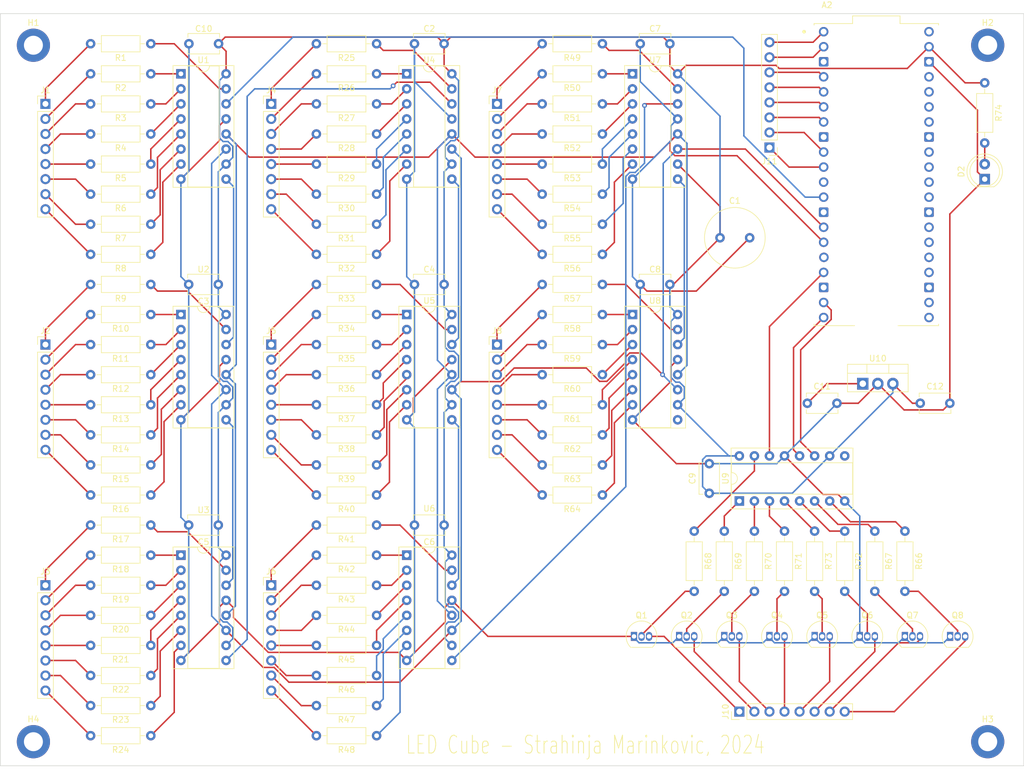
<source format=kicad_pcb>
(kicad_pcb (version 20221018) (generator pcbnew)
  (layers (0 "F.Cu" signal) (31 "B.Cu" signal) (34 "B.Paste" user) (35 "F.Paste" user) (36 "B.SilkS" user "B.Silkscreen") (37 "F.SilkS" user "F.Silkscreen") (38 "B.Mask" user) (39 "F.Mask" user) (44 "Edge.Cuts" user))
  (net 0 "")
  (net 1 "Net-(A2-GP0)")
  (net 2 "Net-(A2-GP1)")
  (net 4 "GND")
  (net 5 "Net-(A2-GP2)")
  (net 6 "Net-(A2-GP3)")
  (net 7 "DATA")
  (net 8 "CLK")
  (net 9 "LATCH")
  (net 10 "Net-(A2-GP4)")
  (net 11 "LAYER_DATA")
  (net 12 "LAYER_CLK")
  (net 13 "LAYER_LATCH")
  (net 14 "Net-(A2-GP5)")
  (net 16 "Net-(A2-GP6)")
  (net 17 "Net-(A2-GP7)")
  (net 27 "+5V")
  (net 31 "Net-(J1-Pin_1)")
  (net 32 "Net-(J1-Pin_2)")
  (net 33 "Net-(J1-Pin_3)")
  (net 34 "Net-(J1-Pin_4)")
  (net 35 "Net-(J1-Pin_5)")
  (net 36 "Net-(J1-Pin_6)")
  (net 37 "Net-(J1-Pin_7)")
  (net 38 "Net-(J1-Pin_8)")
  (net 39 "Net-(J2-Pin_1)")
  (net 40 "Net-(J2-Pin_2)")
  (net 41 "Net-(J2-Pin_3)")
  (net 42 "Net-(J2-Pin_4)")
  (net 43 "Net-(J2-Pin_5)")
  (net 44 "Net-(J2-Pin_6)")
  (net 45 "Net-(J2-Pin_7)")
  (net 46 "Net-(J2-Pin_8)")
  (net 47 "Net-(J3-Pin_1)")
  (net 48 "Net-(J3-Pin_2)")
  (net 49 "Net-(J3-Pin_3)")
  (net 50 "Net-(J3-Pin_4)")
  (net 51 "Net-(J3-Pin_5)")
  (net 52 "Net-(J3-Pin_6)")
  (net 53 "Net-(J3-Pin_7)")
  (net 54 "Net-(J3-Pin_8)")
  (net 55 "Net-(J4-Pin_1)")
  (net 56 "Net-(J4-Pin_2)")
  (net 57 "Net-(J4-Pin_3)")
  (net 58 "Net-(J4-Pin_4)")
  (net 59 "Net-(J4-Pin_5)")
  (net 60 "Net-(J4-Pin_6)")
  (net 61 "Net-(J4-Pin_7)")
  (net 62 "Net-(J4-Pin_8)")
  (net 63 "Net-(J5-Pin_1)")
  (net 64 "Net-(J5-Pin_2)")
  (net 65 "Net-(J5-Pin_3)")
  (net 66 "Net-(J5-Pin_4)")
  (net 67 "Net-(J5-Pin_5)")
  (net 68 "Net-(J5-Pin_6)")
  (net 69 "Net-(J5-Pin_7)")
  (net 70 "Net-(J5-Pin_8)")
  (net 71 "Net-(J6-Pin_1)")
  (net 72 "Net-(J6-Pin_2)")
  (net 73 "Net-(J6-Pin_3)")
  (net 74 "Net-(J6-Pin_4)")
  (net 75 "Net-(J6-Pin_5)")
  (net 76 "Net-(J6-Pin_6)")
  (net 77 "Net-(J6-Pin_7)")
  (net 78 "Net-(J6-Pin_8)")
  (net 79 "Net-(J7-Pin_1)")
  (net 80 "Net-(J7-Pin_2)")
  (net 81 "Net-(J7-Pin_3)")
  (net 82 "Net-(J7-Pin_4)")
  (net 83 "Net-(J7-Pin_5)")
  (net 84 "Net-(J7-Pin_6)")
  (net 85 "Net-(J7-Pin_7)")
  (net 86 "Net-(J7-Pin_8)")
  (net 87 "Net-(J8-Pin_1)")
  (net 88 "Net-(J8-Pin_2)")
  (net 89 "Net-(J8-Pin_3)")
  (net 90 "Net-(J8-Pin_4)")
  (net 91 "Net-(J8-Pin_5)")
  (net 92 "Net-(J8-Pin_6)")
  (net 93 "Net-(J8-Pin_7)")
  (net 94 "Net-(J8-Pin_8)")
  (net 95 "R0")
  (net 96 "R1")
  (net 97 "R2")
  (net 98 "R3")
  (net 99 "R4")
  (net 100 "R5")
  (net 101 "R6")
  (net 102 "R7")
  (net 103 "Net-(Q1-B)")
  (net 104 "Net-(Q2-B)")
  (net 105 "Net-(Q3-B)")
  (net 106 "Net-(Q4-B)")
  (net 107 "Net-(Q5-B)")
  (net 108 "Net-(Q6-B)")
  (net 109 "Net-(Q7-B)")
  (net 110 "Net-(Q8-B)")
  (net 111 "Net-(U1-QA)")
  (net 112 "Net-(U1-QB)")
  (net 113 "Net-(U1-QC)")
  (net 114 "Net-(U1-QD)")
  (net 115 "Net-(U1-QE)")
  (net 116 "Net-(U1-QF)")
  (net 117 "Net-(U1-QG)")
  (net 118 "Net-(U1-QH)")
  (net 119 "Net-(U2-QA)")
  (net 120 "Net-(U2-QB)")
  (net 121 "Net-(U2-QC)")
  (net 122 "Net-(U2-QD)")
  (net 123 "Net-(U2-QE)")
  (net 124 "Net-(U2-QF)")
  (net 125 "Net-(U2-QG)")
  (net 126 "Net-(U2-QH)")
  (net 127 "Net-(U3-QA)")
  (net 128 "Net-(U3-QB)")
  (net 129 "Net-(U3-QC)")
  (net 130 "Net-(U3-QD)")
  (net 131 "Net-(U3-QE)")
  (net 132 "Net-(U3-QF)")
  (net 133 "Net-(U3-QG)")
  (net 134 "Net-(U3-QH)")
  (net 135 "Net-(U4-QA)")
  (net 136 "Net-(U4-QB)")
  (net 137 "Net-(U4-QC)")
  (net 138 "Net-(U4-QD)")
  (net 139 "Net-(U4-QE)")
  (net 140 "Net-(U4-QF)")
  (net 141 "Net-(U4-QG)")
  (net 142 "Net-(U4-QH)")
  (net 143 "Net-(U5-QA)")
  (net 144 "Net-(U5-QB)")
  (net 145 "Net-(U5-QC)")
  (net 146 "Net-(U5-QD)")
  (net 147 "Net-(U5-QE)")
  (net 148 "Net-(U5-QF)")
  (net 149 "Net-(U5-QG)")
  (net 150 "Net-(U5-QH)")
  (net 151 "Net-(U6-QA)")
  (net 152 "Net-(U6-QB)")
  (net 153 "Net-(U6-QC)")
  (net 154 "Net-(U6-QD)")
  (net 155 "Net-(U6-QE)")
  (net 156 "Net-(U6-QF)")
  (net 157 "Net-(U6-QG)")
  (net 158 "Net-(U6-QH)")
  (net 159 "Net-(U7-QA)")
  (net 160 "Net-(U7-QB)")
  (net 161 "Net-(U7-QC)")
  (net 162 "Net-(U7-QD)")
  (net 163 "Net-(U7-QE)")
  (net 164 "Net-(U7-QF)")
  (net 165 "Net-(U7-QG)")
  (net 166 "Net-(U7-QH)")
  (net 167 "Net-(U8-QA)")
  (net 168 "Net-(U8-QB)")
  (net 169 "Net-(U8-QC)")
  (net 170 "Net-(U8-QD)")
  (net 171 "Net-(U8-QE)")
  (net 172 "Net-(U8-QF)")
  (net 173 "Net-(U8-QG)")
  (net 174 "Net-(U8-QH)")
  (net 175 "Net-(U9-QH)")
  (net 176 "Net-(U9-QG)")
  (net 177 "Net-(U9-QA)")
  (net 178 "Net-(U9-QB)")
  (net 179 "Net-(U9-QC)")
  (net 180 "Net-(U9-QD)")
  (net 181 "Net-(U9-QF)")
  (net 182 "Net-(U9-QE)")
  (net 183 "Net-(U1-QH')")
  (net 184 "Net-(U2-QH')")
  (net 185 "Net-(U3-QH')")
  (net 186 "Net-(U4-QH')")
  (net 187 "Net-(U5-QH')")
  (net 188 "Net-(U6-QH')")
  (net 189 "Net-(U7-QH')")
  (net 202 "VCC")
  (net 203 "Net-(D2-A)")
  (footprint "Capacitor_THT:C_Disc_D5.1mm_W3.2mm_P5.00mm" (layer "F.Cu") (at 153.964 88.646)
    (fp_text reference "C11")
    (fp_text value "0.33uF")
  )
  (footprint "Package_TO_SOT_THT:TO-92_Inline" (layer "F.Cu") (at 124.714 128.016)
    (fp_text reference "Q1")
    (fp_text value "PN2222A")
  )
  (footprint "Resistor_THT:R_Axial_DIN0207_L6.3mm_D2.5mm_P10.16mm_Horizontal" (layer "F.Cu") (at 43.18 88.9 180)
    (fp_text reference "R13")
    (fp_text value "R")
  )
  (footprint "Capacitor_THT:C_Disc_D5.1mm_W3.2mm_P5.00mm" (layer "F.Cu") (at 130.77 27.94 180)
    (fp_text reference "C7")
    (fp_text value "0.1uF")
  )
  (footprint "Resistor_THT:R_Axial_DIN0207_L6.3mm_D2.5mm_P10.16mm_Horizontal" (layer "F.Cu") (at 81.28 58.42 180)
    (fp_text reference "R31")
    (fp_text value "R")
  )
  (footprint "Resistor_THT:R_Axial_DIN0207_L6.3mm_D2.5mm_P10.16mm_Horizontal" (layer "F.Cu") (at 43.18 43.18 180)
    (fp_text reference "R4")
    (fp_text value "R")
  )
  (footprint "Capacitor_THT:C_Disc_D5.1mm_W3.2mm_P5.00mm" (layer "F.Cu") (at 92.67 27.94 180)
    (fp_text reference "C2")
    (fp_text value "0.1uF")
  )
  (footprint "Capacitor_THT:C_Disc_D5.1mm_W3.2mm_P5.00mm" (layer "F.Cu") (at 54.57 109.22 180)
    (fp_text reference "C5")
    (fp_text value "0.1uF")
  )
  (footprint "Resistor_THT:R_Axial_DIN0207_L6.3mm_D2.5mm_P10.16mm_Horizontal" (layer "F.Cu") (at 43.18 53.34 180)
    (fp_text reference "R6")
    (fp_text value "R")
  )
  (footprint "Resistor_THT:R_Axial_DIN0207_L6.3mm_D2.5mm_P10.16mm_Horizontal" (layer "F.Cu") (at 43.18 124.46 180)
    (fp_text reference "R20")
    (fp_text value "R")
  )
  (footprint "Resistor_THT:R_Axial_DIN0207_L6.3mm_D2.5mm_P10.16mm_Horizontal" (layer "F.Cu") (at 119.38 38.1 180)
    (fp_text reference "R51")
    (fp_text value "R")
  )
  (footprint "Resistor_THT:R_Axial_DIN0207_L6.3mm_D2.5mm_P10.16mm_Horizontal" (layer "F.Cu") (at 43.18 27.94 180)
    (fp_text reference "R1")
    (fp_text value "R")
  )
  (footprint "Resistor_THT:R_Axial_DIN0207_L6.3mm_D2.5mm_P10.16mm_Horizontal" (layer "F.Cu") (at 81.28 144.78 180)
    (fp_text reference "R48")
    (fp_text value "R")
  )
  (footprint "Connector_PinHeader_2.54mm:PinHeader_1x08_P2.54mm_Vertical" (layer "F.Cu") (at 101.6 38.1)
    (fp_text reference "J7")
    (fp_text value "Conn_01x08")
  )
  (footprint "Connector_PinHeader_2.54mm:PinHeader_1x08_P2.54mm_Vertical" (layer "F.Cu") (at 25.4 38.1)
    (fp_text reference "J1")
    (fp_text value "Conn_01x08")
  )
  (footprint "Resistor_THT:R_Axial_DIN0207_L6.3mm_D2.5mm_P10.16mm_Horizontal" (layer "F.Cu") (at 81.28 33.02 180)
    (fp_text reference "R26")
    (fp_text value "R")
  )
  (footprint "Resistor_THT:R_Axial_DIN0207_L6.3mm_D2.5mm_P10.16mm_Horizontal" (layer "F.Cu") (at 119.38 63.5 180)
    (fp_text reference "R56")
    (fp_text value "R")
  )
  (footprint "Package_TO_SOT_THT:TO-92_Inline" (layer "F.Cu") (at 139.954 128.016)
    (fp_text reference "Q3")
    (fp_text value "PN2222A")
  )
  (footprint "Resistor_THT:R_Axial_DIN0207_L6.3mm_D2.5mm_P10.16mm_Horizontal" (layer "F.Cu") (at 43.18 144.78 180)
    (fp_text reference "R24")
    (fp_text value "R")
  )
  (footprint "Resistor_THT:R_Axial_DIN0207_L6.3mm_D2.5mm_P10.16mm_Horizontal" (layer "F.Cu") (at 81.28 27.94 180)
    (fp_text reference "R25")
    (fp_text value "R")
  )
  (footprint "Resistor_THT:R_Axial_DIN0207_L6.3mm_D2.5mm_P10.16mm_Horizontal" (layer "F.Cu") (at 43.18 68.58 180)
    (fp_text reference "R9")
    (fp_text value "R")
  )
  (footprint "Resistor_THT:R_Axial_DIN0207_L6.3mm_D2.5mm_P10.16mm_Horizontal" (layer "F.Cu") (at 134.874 110.236 -90)
    (fp_text reference "R68")
    (fp_text value "1K")
  )
  (footprint "Resistor_THT:R_Axial_DIN0207_L6.3mm_D2.5mm_P10.16mm_Horizontal" (layer "F.Cu") (at 119.38 53.34 180)
    (fp_text reference "R54")
    (fp_text value "R")
  )
  (footprint "Resistor_THT:R_Axial_DIN0207_L6.3mm_D2.5mm_P10.16mm_Horizontal" (layer "F.Cu") (at 150.114 110.236 -90)
    (fp_text reference "R71")
    (fp_text value "1K")
  )
  (footprint "Resistor_THT:R_Axial_DIN0207_L6.3mm_D2.5mm_P10.16mm_Horizontal" (layer "F.Cu") (at 43.18 83.82 180)
    (fp_text reference "R12")
    (fp_text value "R")
  )
  (footprint "Resistor_THT:R_Axial_DIN0207_L6.3mm_D2.5mm_P10.16mm_Horizontal" (layer "F.Cu") (at 81.28 114.3 180)
    (fp_text reference "R42")
    (fp_text value "R")
  )
  (footprint "Package_TO_SOT_THT:TO-92_Inline" (layer "F.Cu") (at 132.334 128.016)
    (fp_text reference "Q2")
    (fp_text value "PN2222A")
  )
  (footprint "Resistor_THT:R_Axial_DIN0207_L6.3mm_D2.5mm_P10.16mm_Horizontal" (layer "F.Cu") (at 81.28 53.34 180)
    (fp_text reference "R30")
    (fp_text value "R")
  )
  (footprint "Connector_PinHeader_2.54mm:PinHeader_1x08_P2.54mm_Vertical" (layer "F.Cu") (at 147.574 45.466 180)
    (fp_text reference "J11")
    (fp_text value "Conn_01x08")
  )
  (footprint "Package_TO_SOT_THT:TO-92_Inline" (layer "F.Cu") (at 155.194 128.016)
    (fp_text reference "Q5")
    (fp_text value "PN2222A")
  )
  (footprint "Resistor_THT:R_Axial_DIN0207_L6.3mm_D2.5mm_P10.16mm_Horizontal" (layer "F.Cu") (at 160.274 110.236 -90)
    (fp_text reference "R72")
    (fp_text value "1K")
  )
  (footprint "Capacitor_THT:C_Disc_D5.1mm_W3.2mm_P5.00mm" (layer "F.Cu") (at 92.67 109.22 180)
    (fp_text reference "C6")
    (fp_text value "0.1uF")
  )
  (footprint "Resistor_THT:R_Axial_DIN0207_L6.3mm_D2.5mm_P10.16mm_Horizontal" (layer "F.Cu") (at 81.28 139.7 180)
    (fp_text reference "R47")
    (fp_text value "R")
  )
  (footprint "footprints:MODULE_SC0918" (layer "F.Cu") (at 165.608 50.038)
    (fp_text reference "A2")
    (fp_text value "SC0918")
  )
  (footprint "Resistor_THT:R_Axial_DIN0207_L6.3mm_D2.5mm_P10.16mm_Horizontal" (layer "F.Cu") (at 119.38 104.14 180)
    (fp_text reference "R64")
    (fp_text value "R")
  )
  (footprint "Resistor_THT:R_Axial_DIN0207_L6.3mm_D2.5mm_P10.16mm_Horizontal" (layer "F.Cu") (at 43.18 78.74 180)
    (fp_text reference "R11")
    (fp_text value "R")
  )
  (footprint "Resistor_THT:R_Axial_DIN0207_L6.3mm_D2.5mm_P10.16mm_Horizontal" (layer "F.Cu") (at 119.38 58.42 180)
    (fp_text reference "R55")
    (fp_text value "R")
  )
  (footprint "Resistor_THT:R_Axial_DIN0207_L6.3mm_D2.5mm_P10.16mm_Horizontal" (layer "F.Cu") (at 170.434 110.236 -90)
    (fp_text reference "R66")
    (fp_text value "1K")
  )
  (footprint "Capacitor_THT:C_Disc_D5.1mm_W3.2mm_P5.00mm" (layer "F.Cu") (at 173.014 88.646)
    (fp_text reference "C12")
    (fp_text value "0.33uF")
  )
  (footprint "Package_TO_SOT_THT:TO-92_Inline" (layer "F.Cu") (at 162.814 128.016)
    (fp_text reference "Q6")
    (fp_text value "PN2222A")
  )
  (footprint "Package_DIP:DIP-16_W7.62mm_Socket" (layer "F.Cu") (at 48.26 114.3)
    (fp_text reference "U3")
    (fp_text value "74HC595")
  )
  (footprint "Resistor_THT:R_Axial_DIN0207_L6.3mm_D2.5mm_P10.16mm_Horizontal" (layer "F.Cu") (at 81.28 104.14 180)
    (fp_text reference "R40")
    (fp_text value "R")
  )
  (footprint "Resistor_THT:R_Axial_DIN0207_L6.3mm_D2.5mm_P10.16mm_Horizontal" (layer "F.Cu") (at 119.38 27.94 180)
    (fp_text reference "R49")
    (fp_text value "R")
  )
  (footprint "Resistor_THT:R_Axial_DIN0207_L6.3mm_D2.5mm_P10.16mm_Horizontal" (layer "F.Cu") (at 81.28 134.62 180)
    (fp_text reference "R46")
    (fp_text value "R")
  )
  (footprint "Resistor_THT:R_Axial_DIN0207_L6.3mm_D2.5mm_P10.16mm_Horizontal" (layer "F.Cu") (at 43.18 33.02 180)
    (fp_text reference "R2")
    (fp_text value "R")
  )
  (footprint "Resistor_THT:R_Axial_DIN0207_L6.3mm_D2.5mm_P10.16mm_Horizontal" (layer "F.Cu") (at 119.38 33.02 180)
    (fp_text reference "R50")
    (fp_text value "R")
  )
  (footprint "Resistor_THT:R_Axial_DIN0207_L6.3mm_D2.5mm_P10.16mm_Horizontal" (layer "F.Cu") (at 43.18 139.7 180)
    (fp_text reference "R23")
    (fp_text value "R")
  )
  (footprint "Resistor_THT:R_Axial_DIN0207_L6.3mm_D2.5mm_P10.16mm_Horizontal" (layer "F.Cu") (at 43.18 48.26 180)
    (fp_text reference "R5")
    (fp_text value "R")
  )
  (footprint "Capacitor_THT:C_Disc_D5.1mm_W3.2mm_P5.00mm" (layer "F.Cu") (at 54.61 27.94 180)
    (fp_text reference "C10")
    (fp_text value "0.1uF")
  )
  (footprint "Connector_PinHeader_2.54mm:PinHeader_1x08_P2.54mm_Vertical" (layer "F.Cu") (at 63.5 38.1)
    (fp_text reference "J4")
    (fp_text value "Conn_01x08")
  )
  (footprint "Connector_PinHeader_2.54mm:PinHeader_1x08_P2.54mm_Vertical" (layer "F.Cu") (at 25.4 78.74)
    (fp_text reference "J2")
    (fp_text value "Conn_01x08")
  )
  (footprint "Resistor_THT:R_Axial_DIN0207_L6.3mm_D2.5mm_P10.16mm_Horizontal" (layer "F.Cu") (at 81.28 83.82 180)
    (fp_text reference "R36")
    (fp_text value "R")
  )
  (footprint "Resistor_THT:R_Axial_DIN0207_L6.3mm_D2.5mm_P10.16mm_Horizontal" (layer "F.Cu") (at 81.28 124.46 180)
    (fp_text reference "R44")
    (fp_text value "R")
  )
  (footprint "Resistor_THT:R_Axial_DIN0207_L6.3mm_D2.5mm_P10.16mm_Horizontal" (layer "F.Cu") (at 43.18 38.1 180)
    (fp_text reference "R3")
    (fp_text value "R")
  )
  (footprint "Resistor_THT:R_Axial_DIN0207_L6.3mm_D2.5mm_P10.16mm_Horizontal" (layer "F.Cu") (at 43.18 119.38 180)
    (fp_text reference "R19")
    (fp_text value "R")
  )
  (footprint "Package_DIP:DIP-16_W7.62mm_Socket" (layer "F.Cu") (at 86.36 114.3)
    (fp_text reference "U6")
    (fp_text value "74HC595")
  )
  (footprint "Resistor_THT:R_Axial_DIN0207_L6.3mm_D2.5mm_P10.16mm_Horizontal" (layer "F.Cu") (at 81.28 99.06 180)
    (fp_text reference "R39")
    (fp_text value "R")
  )
  (footprint "Capacitor_THT:C_Disc_D5.1mm_W3.2mm_P5.00mm" (layer "F.Cu") (at 54.57 68.58 180)
    (fp_text reference "C3")
    (fp_text value "0.1uF")
  )
  (footprint "MountingHole:MountingHole_3.2mm_M3_DIN965_Pad" (layer "F.Cu") (at 184.404 145.796)
    (fp_text reference "H3")
    (fp_text value "MountingHole")
  )
  (footprint "Resistor_THT:R_Axial_DIN0207_L6.3mm_D2.5mm_P10.16mm_Horizontal" (layer "F.Cu") (at 81.28 119.38 180)
    (fp_text reference "R43")
    (fp_text value "R")
  )
  (footprint "MountingHole:MountingHole_3.2mm_M3_DIN965_Pad" (layer "F.Cu") (at 23.368 145.796)
    (fp_text reference "H4")
    (fp_text value "MountingHole")
  )
  (footprint "Resistor_THT:R_Axial_DIN0207_L6.3mm_D2.5mm_P10.16mm_Horizontal" (layer "F.Cu") (at 81.28 38.1 180)
    (fp_text reference "R27")
    (fp_text value "R")
  )
  (footprint "Package_TO_SOT_THT:TO-220-3_Vertical" (layer "F.Cu") (at 163.322 85.344)
    (fp_text reference "U10")
    (fp_text value "L7805")
  )
  (footprint "Resistor_THT:R_Axial_DIN0207_L6.3mm_D2.5mm_P10.16mm_Horizontal" (layer "F.Cu") (at 43.18 58.42 180)
    (fp_text reference "R7")
    (fp_text value "R")
  )
  (footprint "Package_DIP:DIP-16_W7.62mm_Socket" (layer "F.Cu") (at 48.26 33.02)
    (fp_text reference "U1")
    (fp_text value "74HC595")
  )
  (footprint "Resistor_THT:R_Axial_DIN0207_L6.3mm_D2.5mm_P10.16mm_Horizontal" (layer "F.Cu") (at 43.18 104.14 180)
    (fp_text reference "R16")
    (fp_text value "R")
  )
  (footprint "Resistor_THT:R_Axial_DIN0207_L6.3mm_D2.5mm_P10.16mm_Horizontal" (layer "F.Cu") (at 81.28 73.66 180)
    (fp_text reference "R34")
    (fp_text value "R")
  )
  (footprint "Connector_PinHeader_2.54mm:PinHeader_1x08_P2.54mm_Vertical" (layer "F.Cu") (at 142.494 140.716 90)
    (fp_text reference "J10")
    (fp_text value "Conn_01x08")
  )
  (footprint "Resistor_THT:R_Axial_DIN0207_L6.3mm_D2.5mm_P10.16mm_Horizontal" (layer "F.Cu") (at 43.18 63.5 180)
    (fp_text reference "R8")
    (fp_text value "R")
  )
  (footprint "Resistor_THT:R_Axial_DIN0207_L6.3mm_D2.5mm_P10.16mm_Horizontal" (layer "F.Cu") (at 145.034 110.236 -90)
    (fp_text reference "R70")
    (fp_text value "1K")
  )
  (footprint "Resistor_THT:R_Axial_DIN0207_L6.3mm_D2.5mm_P10.16mm_Horizontal" (layer "F.Cu") (at 43.18 99.06 180)
    (fp_text reference "R15")
    (fp_text value "R")
  )
  (footprint "Package_TO_SOT_THT:TO-92_Inline" (layer "F.Cu") (at 147.574 128.016)
    (fp_text reference "Q4")
    (fp_text value "PN2222A")
  )
  (footprint "Package_DIP:DIP-16_W7.62mm_Socket" (layer "F.Cu") (at 124.46 33.02)
    (fp_text reference "U7")
    (fp_text value "74HC595")
  )
  (footprint "Resistor_THT:R_Axial_DIN0207_L6.3mm_D2.5mm_P10.16mm_Horizontal" (layer "F.Cu") (at 81.28 93.98 180)
    (fp_text reference "R38")
    (fp_text value "R")
  )
  (footprint "Resistor_THT:R_Axial_DIN0207_L6.3mm_D2.5mm_P10.16mm_Horizontal" (layer "F.Cu") (at 119.38 48.26 180)
    (fp_text reference "R53")
    (fp_text value "R")
  )
  (footprint "Package_DIP:DIP-16_W7.62mm_Socket" (layer "F.Cu") (at 48.26 73.66)
    (fp_text reference "U2")
    (fp_text value "74HC595")
  )
  (footprint "Resistor_THT:R_Axial_DIN0207_L6.3mm_D2.5mm_P10.16mm_Horizontal" (layer "F.Cu") (at 119.38 88.9 180)
    (fp_text reference "R61")
    (fp_text value "R")
  )
  (footprint "Resistor_THT:R_Axial_DIN0207_L6.3mm_D2.5mm_P10.16mm_Horizontal" (layer "F.Cu") (at 119.38 73.66 180)
    (fp_text reference "R58")
    (fp_text value "R")
  )
  (footprint "Connector_PinHeader_2.54mm:PinHeader_1x08_P2.54mm_Vertical" (layer "F.Cu") (at 63.5 119.38)
    (fp_text reference "J6")
    (fp_text value "Conn_01x08")
  )
  (footprint "Resistor_THT:R_Axial_DIN0207_L6.3mm_D2.5mm_P10.16mm_Horizontal" (layer "F.Cu") (at 155.194 110.236 -90)
    (fp_text reference "R73")
    (fp_text value "1K")
  )
  (footprint "Resistor_THT:R_Axial_DIN0207_L6.3mm_D2.5mm_P10.16mm_Horizontal" (layer "F.Cu") (at 81.28 129.54 180)
    (fp_text reference "R45")
    (fp_text value "R")
  )
  (footprint "Resistor_THT:R_Axial_DIN0207_L6.3mm_D2.5mm_P10.16mm_Horizontal" (layer "F.Cu") (at 119.38 78.74 180)
    (fp_text reference "R59")
    (fp_text value "R")
  )
  (footprint "LED_THT:LED_D5.0mm_Clear" (layer "F.Cu") (at 183.896 50.805 90)
    (fp_text reference "D2")
    (fp_text value "LED")
  )
  (footprint "Capacitor_THT:C_Disc_D5.1mm_W3.2mm_P5.00mm" (layer "F.Cu") (at 92.67 68.58 180)
    (fp_text reference "C4")
    (fp_text value "0.1uF")
  )
  (footprint "Resistor_THT:R_Axial_DIN0207_L6.3mm_D2.5mm_P10.16mm_Horizontal" (layer "F.Cu") (at 119.38 99.06 180)
    (fp_text reference "R63")
    (fp_text value "R")
  )
  (footprint "Package_DIP:DIP-16_W7.62mm_Socket" (layer "F.Cu") (at 86.36 33.02)
    (fp_text reference "U4")
    (fp_text value "74HC595")
  )
  (footprint "Package_DIP:DIP-16_W7.62mm_Socket" (layer "F.Cu") (at 86.36 73.66)
    (fp_text reference "U5")
    (fp_text value "74HC595")
  )
  (footprint "Capacitor_THT:C_Disc_D5.1mm_W3.2mm_P5.00mm" (layer "F.Cu") (at 130.77 68.58 180)
    (fp_text reference "C8")
    (fp_text value "0.1uF")
  )
  (footprint "Resistor_THT:R_Axial_DIN0207_L6.3mm_D2.5mm_P10.16mm_Horizontal" (layer "F.Cu") (at 165.354 110.236 -90)
    (fp_text reference "R67")
    (fp_text value "1K")
  )
  (footprint "Package_DIP:DIP-16_W7.62mm_Socket" (layer "F.Cu") (at 142.494 105.156 90)
    (fp_text reference "U9")
    (fp_text value "74HC595")
  )
  (footprint "Package_DIP:DIP-16_W7.62mm_Socket" (layer "F.Cu") (at 124.46 73.66)
    (fp_text reference "U8")
    (fp_text value "74HC595")
  )
  (footprint "Resistor_THT:R_Axial_DIN0207_L6.3mm_D2.5mm_P10.16mm_Horizontal" (layer "F.Cu") (at 43.18 134.62 180)
    (fp_text reference "R22")
    (fp_text value "R")
  )
  (footprint "Resistor_THT:R_Axial_DIN0207_L6.3mm_D2.5mm_P10.16mm_Horizontal" (layer "F.Cu") (at 43.18 73.66 180)
    (fp_text reference "R10")
    (fp_text value "R")
  )
  (footprint "Resistor_THT:R_Axial_DIN0207_L6.3mm_D2.5mm_P10.16mm_Horizontal" (layer "F.Cu") (at 81.28 48.26 180)
    (fp_text reference "R29")
    (fp_text value "R")
  )
  (footprint "Capacitor_THT:C_Radial_D10.0mm_H20.0mm_P5.00mm" (layer "F.Cu") (at 139.232 60.706)
    (fp_text reference "C1")
    (fp_text value "C_Polarized")
  )
  (footprint "Resistor_THT:R_Axial_DIN0207_L6.3mm_D2.5mm_P10.16mm_Horizontal" (layer "F.Cu") (at 43.18 93.98 180)
    (fp_text reference "R14")
    (fp_text value "R")
  )
  (footprint "Resistor_THT:R_Axial_DIN0207_L6.3mm_D2.5mm_P10.16mm_Horizontal" (layer "F.Cu") (at 43.18 109.22 180)
    (fp_text reference "R17")
    (fp_text value "R")
  )
  (footprint "Resistor_THT:R_Axial_DIN0207_L6.3mm_D2.5mm_P10.16mm_Horizontal" (layer "F.Cu") (at 139.954 110.236 -90)
    (fp_text reference "R69")
    (fp_text value "1K")
  )
  (footprint "Resistor_THT:R_Axial_DIN0207_L6.3mm_D2.5mm_P10.16mm_Horizontal" (layer "F.Cu") (at 81.28 78.74 180)
    (fp_text reference "R35")
    (fp_text value "R")
  )
  (footprint "Resistor_THT:R_Axial_DIN0207_L6.3mm_D2.5mm_P10.16mm_Horizontal" (layer "F.Cu") (at 81.28 109.22 180)
    (fp_text reference "R41")
    (fp_text value "R")
  )
  (footprint "Package_TO_SOT_THT:TO-92_Inline" (layer "F.Cu") (at 170.434 128.016)
    (fp_text reference "Q7")
    (fp_text value "PN2222A")
  )
  (footprint "Connector_PinHeader_2.54mm:PinHeader_1x08_P2.54mm_Vertical" (layer "F.Cu") (at 101.6 78.74)
    (fp_text reference "J8")
    (fp_text value "Conn_01x08")
  )
  (footprint "Resistor_THT:R_Axial_DIN0207_L6.3mm_D2.5mm_P10.16mm_Horizontal" (layer "F.Cu") (at 81.28 63.5 180)
    (fp_text reference "R32")
    (fp_text value "R")
  )
  (footprint "Connector_PinHeader_2.54mm:PinHeader_1x08_P2.54mm_Vertical" (layer "F.Cu") (at 63.5 78.74)
    (fp_text reference "J5")
    (fp_text value "Conn_01x08")
  )
  (footprint "MountingHole:MountingHole_3.2mm_M3_DIN965_Pad" (layer "F.Cu") (at 23.368 28.194)
    (fp_text reference "H1")
    (fp_text value "MountingHole")
  )
  (footprint "Connector_PinHeader_2.54mm:PinHeader_1x08_P2.54mm_Vertical" (layer "F.Cu") (at 25.4 119.38)
    (fp_text reference "J3")
    (fp_text value "Conn_01x08")
  )
  (footprint "Resistor_THT:R_Axial_DIN0207_L6.3mm_D2.5mm_P10.16mm_Horizontal" (layer "F.Cu") (at 81.28 88.9 180)
    (fp_text reference "R37")
    (fp_text value "R")
  )
  (footprint "Resistor_THT:R_Axial_DIN0207_L6.3mm_D2.5mm_P10.16mm_Horizontal" (layer "F.Cu") (at 119.38 43.18 180)
    (fp_text reference "R52")
    (fp_text value "R")
  )
  (footprint "Resistor_THT:R_Axial_DIN0207_L6.3mm_D2.5mm_P10.16mm_Horizontal" (layer "F.Cu") (at 183.896 34.544 -90)
    (fp_text reference "R74")
    (fp_text value "220")
  )
  (footprint "Resistor_THT:R_Axial_DIN0207_L6.3mm_D2.5mm_P10.16mm_Horizontal" (layer "F.Cu") (at 81.28 43.18 180)
    (fp_text reference "R28")
    (fp_text value "R")
  )
  (footprint "MountingHole:MountingHole_3.2mm_M3_DIN965_Pad" (layer "F.Cu") (at 184.404 28.194)
    (fp_text reference "H2")
    (fp_text value "MountingHole")
  )
  (footprint "Resistor_THT:R_Axial_DIN0207_L6.3mm_D2.5mm_P10.16mm_Horizontal" (layer "F.Cu") (at 119.38 68.58 180)
    (fp_text reference "R57")
    (fp_text value "R")
  )
  (footprint "Resistor_THT:R_Axial_DIN0207_L6.3mm_D2.5mm_P10.16mm_Horizontal" (layer "F.Cu") (at 43.18 129.54 180)
    (fp_text reference "R21")
    (fp_text value "R")
  )
  (footprint "Capacitor_THT:C_Disc_D5.1mm_W3.2mm_P5.00mm" (layer "F.Cu") (at 137.414 103.846 90)
    (fp_text reference "C9")
    (fp_text value "0.1uF")
  )
  (footprint "Package_TO_SOT_THT:TO-92_Inline" (layer "F.Cu") (at 178.054 128.016)
    (fp_text reference "Q8")
    (fp_text value "PN2222A")
  )
  (footprint "Resistor_THT:R_Axial_DIN0207_L6.3mm_D2.5mm_P10.16mm_Horizontal" (layer "F.Cu") (at 119.38 93.98 180)
    (fp_text reference "R62")
    (fp_text value "R")
  )
  (footprint "Resistor_THT:R_Axial_DIN0207_L6.3mm_D2.5mm_P10.16mm_Horizontal" (layer "F.Cu") (at 81.28 68.58 180)
    (fp_text reference "R33")
    (fp_text value "R")
  )
  (footprint "Resistor_THT:R_Axial_DIN0207_L6.3mm_D2.5mm_P10.16mm_Horizontal" (layer "F.Cu") (at 119.38 83.82 180)
    (fp_text reference "R60")
    (fp_text value "R")
  )
  (footprint "Resistor_THT:R_Axial_DIN0207_L6.3mm_D2.5mm_P10.16mm_Horizontal" (layer "F.Cu") (at 43.18 114.3 180)
    (fp_text reference "R18")
    (fp_text value "R")
  )
  (gr_rect (start 17.78 22.86) (end 190.5 149.86) (stroke (width 0.1)) (fill none) (layer "Edge.Cuts"))
  (gr_text "LED Cube - Strahinja Marinkovic, 2024" (at 86.106 148.082) (layer "F.SilkS") (effects (font (size 3 2)) (justify left bottom)))
  (segment (start 154.94 27.686) (end 156.718 25.908) (width 0.25) (layer "F.Cu") (net 1))
  (segment (start 147.574 27.686) (end 154.94 27.686) (width 0.25) (layer "F.Cu") (net 1))
  (segment (start 154.94 30.226) (end 156.718 28.448) (width 0.25) (layer "F.Cu") (net 2))
  (segment (start 147.574 30.226) (end 154.94 30.226) (width 0.25) (layer "F.Cu") (net 2))
  (segment (start 54.755 84.945) (end 48.26 91.44) (width 0.25) (layer "F.Cu") (net 4))
  (segment (start 178.014 88.646) (end 176.889 89.771) (width 0.25) (layer "F.Cu") (net 4))
  (segment (start 159.149 104.031) (end 160.274 105.156) (width 0.25) (layer "F.Cu") (net 4))
  (segment (start 57.15 123.19) (end 55.88 121.92) (width 0.25) (layer "F.Cu") (net 4))
  (segment (start 178.014 56.687) (end 183.896 50.805) (width 0.25) (layer "F.Cu") (net 4))
  (segment (start 182.671 39.161) (end 174.498 30.988) (width 0.25) (layer "F.Cu") (net 4))
  (segment (start 124.714 128.016) (end 100.076 128.016) (width 0.25) (layer "F.Cu") (net 4))
  (segment (start 137.414 98.846) (end 131.866 98.846) (width 0.25) (layer "F.Cu") (net 4))
  (segment (start 131.866 98.846) (end 124.46 91.44) (width 0.25) (layer "F.Cu") (net 4))
  (segment (start 92.855 125.585) (end 92.855 123.045) (width 0.25) (layer "F.Cu") (net 4))
  (segment (start 54.755 125.585) (end 54.755 123.045) (width 0.25) (layer "F.Cu") (net 4))
  (segment (start 182.671 49.58) (end 182.671 39.161) (width 0.25) (layer "F.Cu") (net 4))
  (segment (start 132.08 81.28) (end 130.955 82.405) (width 0.25) (layer "F.Cu") (net 4))
  (segment (start 135.233 69.705) (end 144.232 60.706) (width 0.25) (layer "F.Cu") (net 4))
  (segment (start 87.485 90.315) (end 87.485 87.775) (width 0.25) (layer "F.Cu") (net 4))
  (segment (start 84.995 130.715) (end 63.013299 130.715) (width 0.25) (layer "F.Cu") (net 4))
  (segment (start 156.609 104.031) (end 159.149 104.031) (width 0.25) (layer "F.Cu") (net 4))
  (segment (start 150.114 97.536) (end 156.609 104.031) (width 0.25) (layer "F.Cu") (net 4))
  (segment (start 162.56 88.646) (end 165.862 85.344) (width 0.25) (layer "F.Cu") (net 4))
  (segment (start 87.485 87.775) (end 93.98 81.28) (width 0.25) (layer "F.Cu") (net 4))
  (segment (start 183.896 50.805) (end 182.671 49.58) (width 0.25) (layer "F.Cu") (net 4))
  (segment (start 54.755 41.765) (end 55.88 40.64) (width 0.25) (layer "F.Cu") (net 4))
  (segment (start 63.013299 130.715) (end 57.15 124.851701) (width 0.25) (layer "F.Cu") (net 4))
  (segment (start 130.955 82.405) (end 130.955 84.945) (width 0.25) (layer "F.Cu") (net 4))
  (segment (start 55.88 81.28) (end 54.755 82.405) (width 0.25) (layer "F.Cu") (net 4))
  (segment (start 86.36 91.44) (end 87.485 90.315) (width 0.25) (layer "F.Cu") (net 4))
  (segment (start 54.755 123.045) (end 55.88 121.92) (width 0.25) (layer "F.Cu") (net 4))
  (segment (start 48.26 132.08) (end 54.755 125.585) (width 0.25) (layer "F.Cu") (net 4))
  (segment (start 92.855 123.045) (end 93.98 121.92) (width 0.25) (layer "F.Cu") (net 4))
  (segment (start 170.289 89.771) (end 165.862 85.344) (width 0.25) (layer "F.Cu") (net 4))
  (segment (start 86.36 132.08) (end 84.995 130.715) (width 0.25) (layer "F.Cu") (net 4))
  (segment (start 54.755 82.405) (end 54.755 84.945) (width 0.25) (layer "F.Cu") (net 4))
  (segment (start 48.26 50.8) (end 54.755 44.305) (width 0.25) (layer "F.Cu") (net 4))
  (segment (start 178.014 88.646) (end 178.014 56.687) (width 0.25) (layer "F.Cu") (net 4))
  (segment (start 130.955 84.945) (end 124.46 91.44) (width 0.25) (layer "F.Cu") (net 4))
  (segment (start 86.36 132.08) (end 92.855 125.585) (width 0.25) (layer "F.Cu") (net 4))
  (segment (start 57.15 124.851701) (end 57.15 123.19) (width 0.25) (layer "F.Cu") (net 4))
  (segment (start 125.77 68.58) (end 126.895 69.705) (width 0.25) (layer "F.Cu") (net 4))
  (segment (start 176.889 89.771) (end 170.289 89.771) (width 0.25) (layer "F.Cu") (net 4))
  (segment (start 54.755 44.305) (end 54.755 41.765) (width 0.25) (layer "F.Cu") (net 4))
  (segment (start 100.076 128.016) (end 93.98 121.92) (width 0.25) (layer "F.Cu") (net 4))
  (segment (start 126.895 69.705) (end 135.233 69.705) (width 0.25) (layer "F.Cu") (net 4))
  (segment (start 158.964 88.646) (end 162.56 88.646) (width 0.25) (layer "F.Cu") (net 4))
  (segment (start 48.26 67.27) (end 49.57 68.58) (width 0.25) (layer "B.Cu") (net 4))
  (segment (start 131.259 129.091) (end 132.334 128.016) (width 0.25) (layer "B.Cu") (net 4))
  (segment (start 132.334 128.241) (end 133.184 129.091) (width 0.25) (layer "B.Cu") (net 4))
  (segment (start 124.714 128.016) (end 124.714 128.241) (width 0.25) (layer "B.Cu") (net 4))
  (segment (start 150.114 97.536) (end 148.804 98.846) (width 0.25) (layer "B.Cu") (net 4))
  (segment (start 87.67 92.75) (end 86.36 91.44) (width 0.25) (layer "B.Cu") (net 4))
  (segment (start 169.359 129.091) (end 170.434 128.016) (width 0.25) (layer "B.Cu") (net 4))
  (segment (start 155.194 128.241) (end 156.044 129.091) (width 0.25) (layer "B.Cu") (net 4))
  (segment (start 176.979 129.091) (end 178.054 128.016) (width 0.25) (layer "B.Cu") (net 4))
  (segment (start 87.67 49.49) (end 86.36 50.8) (width 0.25) (layer "B.Cu") (net 4))
  (segment (start 147.574 128.016) (end 147.574 128.241) (width 0.25) (layer "B.Cu") (net 4))
  (segment (start 87.67 68.58) (end 87.67 90.13) (width 0.25) (layer "B.Cu") (net 4))
  (segment (start 49.57 68.58) (end 49.57 90.13) (width 0.25) (layer "B.Cu") (net 4))
  (segment (start 87.67 90.13) (end 86.36 91.44) (width 0.25) (layer "B.Cu") (net 4))
  (segment (start 150.114 97.536) (end 158.964 88.686) (width 0.25) (layer "B.Cu") (net 4))
  (segment (start 161.739 129.091) (end 162.814 128.016) (width 0.25) (layer "B.Cu") (net 4))
  (segment (start 162.814 107.696) (end 162.814 128.016) (width 0.25) (layer "B.Cu") (net 4))
  (segment (start 133.184 129.091) (end 138.879 129.091) (width 0.25) (layer "B.Cu") (net 4))
  (segment (start 124.714 128.241) (end 125.564 129.091) (width 0.25) (layer "B.Cu") (net 4))
  (segment (start 124.46 91.44) (end 125.77 90.13) (width 0.25) (layer "B.Cu") (net 4))
  (segment (start 158.964 88.686) (end 158.964 88.646) (width 0.25) (layer "B.Cu") (net 4))
  (segment (start 86.36 67.27) (end 87.67 68.58) (width 0.25) (layer "B.Cu") (net 4))
  (segment (start 125.77 90.13) (end 125.77 68.58) (width 0.25) (layer "B.Cu") (net 4))
  (segment (start 48.26 50.8) (end 48.26 67.27) (width 0.25) (layer "B.Cu") (net 4))
  (segment (start 124.46 50.8) (end 130.955 44.305) (width 0.25) (layer "B.Cu") (net 4))
  (segment (start 125.564 129.091) (end 131.259 129.091) (width 0.25) (layer "B.Cu") (net 4))
  (segment (start 171.284 129.091) (end 176.979 129.091) (width 0.25) (layer "B.Cu") (net 4))
  (segment (start 140.804 129.091) (end 146.499 129.091) (width 0.25) (layer "B.Cu") (net 4))
  (segment (start 132.334 128.016) (end 132.334 128.241) (width 0.25) (layer "B.Cu") (net 4))
  (segment (start 86.36 132.08) (end 87.67 130.77) (width 0.25) (layer "B.Cu") (net 4))
  (segment (start 138.879 129.091) (end 139.954 128.016) (width 0.25) (layer "B.Cu") (net 4))
  (segment (start 162.814 128.241) (end 163.664 129.091) (width 0.25) (layer "B.Cu") (net 4))
  (segment (start 130.955 44.305) (end 130.955 41.765) (width 0.25) (layer "B.Cu") (net 4))
  (segment (start 124.46 67.27) (end 125.77 68.58) (width 0.25) (layer "B.Cu") (net 4))
  (segment (start 146.499 129.091) (end 147.574 128.016) (width 0.25) (layer "B.Cu") (net 4))
  (segment (start 154.119 129.091) (end 155.194 128.016) (width 0.25) (layer "B.Cu") (net 4))
  (segment (start 156.044 129.091) (end 161.739 129.091) (width 0.25) (layer "B.Cu") (net 4))
  (segment (start 87.67 109.22) (end 87.67 92.75) (width 0.25) (layer "B.Cu") (net 4))
  (segment (start 49.57 130.77) (end 48.26 132.08) (width 0.25) (layer "B.Cu") (net 4))
  (segment (start 86.36 50.8) (end 86.36 67.27) (width 0.25) (layer "B.Cu") (net 4))
  (segment (start 132.08 40.64) (end 125.77 34.33) (width 0.25) (layer "B.Cu") (net 4))
  (segment (start 162.814 128.016) (end 162.814 128.241) (width 0.25) (layer "B.Cu") (net 4))
  (segment (start 124.46 50.8) (end 124.46 67.27) (width 0.25) (layer "B.Cu") (net 4))
  (segment (start 49.57 109.22) (end 49.57 130.77) (width 0.25) (layer "B.Cu") (net 4))
  (segment (start 163.664 129.091) (end 169.359 129.091) (width 0.25) (layer "B.Cu") (net 4))
  (segment (start 148.424 129.091) (end 154.119 129.091) (width 0.25) (layer "B.Cu") (net 4))
  (segment (start 160.274 105.156) (end 162.814 107.696) (width 0.25) (layer "B.Cu") (net 4))
  (segment (start 130.955 41.765) (end 132.08 40.64) (width 0.25) (layer "B.Cu") (net 4))
  (segment (start 155.194 128.016) (end 155.194 128.241) (width 0.25) (layer "B.Cu") (net 4))
  (segment (start 170.434 128.241) (end 171.284 129.091) (width 0.25) (layer "B.Cu") (net 4))
  (segment (start 93.98 40.64) (end 87.67 34.33) (width 0.25) (layer "B.Cu") (net 4))
  (segment (start 49.61 49.45) (end 48.26 50.8) (width 0.25) (layer "B.Cu") (net 4))
  (segment (start 48.26 91.44) (end 48.26 107.91) (width 0.25) (layer "B.Cu") (net 4))
  (segment (start 147.574 128.241) (end 148.424 129.091) (width 0.25) (layer "B.Cu") (net 4))
  (segment (start 148.804 98.846) (end 137.414 98.846) (width 0.25) (layer "B.Cu") (net 4))
  (segment (start 139.954 128.241) (end 140.804 129.091) (width 0.25) (layer "B.Cu") (net 4))
  (segment (start 125.77 34.33) (end 125.77 27.94) (width 0.25) (layer "B.Cu") (net 4))
  (segment (start 87.67 27.94) (end 87.67 49.49) (width 0.25) (layer "B.Cu") (net 4))
  (segment (start 48.26 107.91) (end 49.57 109.22) (width 0.25) (layer "B.Cu") (net 4))
  (segment (start 139.954 128.016) (end 139.954 128.241) (width 0.25) (layer "B.Cu") (net 4))
  (segment (start 87.67 130.77) (end 87.67 109.22) (width 0.25) (layer "B.Cu") (net 4))
  (segment (start 49.57 90.13) (end 48.26 91.44) (width 0.25) (layer "B.Cu") (net 4))
  (segment (start 170.434 128.016) (end 170.434 128.241) (width 0.25) (layer "B.Cu") (net 4))
  (segment (start 49.61 27.94) (end 49.61 49.45) (width 0.25) (layer "B.Cu") (net 4))
  (segment (start 87.67 34.33) (end 87.67 27.94) (width 0.25) (layer "B.Cu") (net 4))
  (segment (start 155.956 32.766) (end 156.718 33.528) (width 0.25) (layer "F.Cu") (net 5))
  (segment (start 147.574 32.766) (end 155.956 32.766) (width 0.25) (layer "F.Cu") (net 5))
  (segment (start 147.574 35.306) (end 155.956 35.306) (width 0.25) (layer "F.Cu") (net 6))
  (segment (start 155.956 35.306) (end 156.718 36.068) (width 0.25) (layer "F.Cu") (net 6))
  (segment (start 143.256 43.498) (end 143.256 28.702) (width 0.25) (layer "B.Cu") (net 7))
  (segment (start 67.165 26.815) (end 55.88 38.1) (width 0.25) (layer "B.Cu") (net 7))
  (segment (start 141.369 26.815) (end 67.165 26.815) (width 0.25) (layer "B.Cu") (net 7))
  (segment (start 143.256 28.702) (end 141.369 26.815) (width 0.25) (layer "B.Cu") (net 7))
  (segment (start 156.718 53.848) (end 153.606 53.848) (width 0.25) (layer "B.Cu") (net 7))
  (segment (start 153.606 53.848) (end 143.256 43.498) (width 0.25) (layer "B.Cu") (net 7))
  (segment (start 116.664009 82.695) (end 118.914009 84.945) (width 0.25) (layer "F.Cu") (net 8))
  (segment (start 55.88 127) (end 62.135 133.255) (width 0.25) (layer "F.Cu") (net 8))
  (segment (start 85.235 135.745) (end 93.98 127) (width 0.25) (layer "F.Cu") (net 8))
  (segment (start 125.875 80.155) (end 129.54 83.82) (width 0.25) (layer "F.Cu") (net 8))
  (segment (start 123.994009 80.155) (end 125.875 80.155) (width 0.25) (layer "F.Cu") (net 8))
  (segment (start 102.203 84.995) (end 104.503 82.695) (width 0.25) (layer "F.Cu") (net 8))
  (segment (start 63.986701 133.255) (end 66.476701 135.745) (width 0.25) (layer "F.Cu") (net 8))
  (segment (start 120.135991 84.945) (end 123.335 81.745991) (width 0.25) (layer "F.Cu") (net 8))
  (segment (start 93.98 86.36) (end 95.345 84.995) (width 0.25) (layer "F.Cu") (net 8))
  (segment (start 132.08 45.72) (end 143.51 45.72) (width 0.25) (layer "F.Cu") (net 8))
  (segment (start 66.476701 135.745) (end 85.235 135.745) (width 0.25) (layer "F.Cu") (net 8))
  (segment (start 104.503 82.695) (end 116.664009 82.695) (width 0.25) (layer "F.Cu") (net 8))
  (segment (start 143.51 45.72) (end 156.718 58.928) (width 0.25) (layer "F.Cu") (net 8))
  (segment (start 118.914009 84.945) (end 120.135991 84.945) (width 0.25) (layer "F.Cu") (net 8))
  (segment (start 123.335 80.814009) (end 123.994009 80.155) (width 0.25) (layer "F.Cu") (net 8))
  (segment (start 123.335 81.745991) (end 123.335 80.814009) (width 0.25) (layer "F.Cu") (net 8))
  (segment (start 62.135 133.255) (end 63.986701 133.255) (width 0.25) (layer "F.Cu") (net 8))
  (segment (start 95.345 84.995) (end 102.203 84.995) (width 0.25) (layer "F.Cu") (net 8))
  (via (at 129.54 83.82) (size 0.8) (drill 0.4) (layers "F.Cu" "B.Cu") (net 8))
  (segment (start 129.645 83.925) (end 132.08 86.36) (width 0.25) (layer "B.Cu") (net 8))
  (segment (start 53.445 124.565) (end 55.88 127) (width 0.25) (layer "B.Cu") (net 8))
  (segment (start 95.555 125.425) (end 95.555 87.935) (width 0.25) (layer "B.Cu") (net 8))
  (segment (start 55.88 45.72) (end 53.445 48.155) (width 0.25) (layer "B.Cu") (net 8))
  (segment (start 132.08 45.72) (end 129.645 48.155) (width 0.25) (layer "B.Cu") (net 8))
  (segment (start 95.555 84.785) (end 95.555 47.295) (width 0.25) (layer "B.Cu") (net 8))
  (segment (start 93.98 127) (end 95.555 125.425) (width 0.25) (layer "B.Cu") (net 8))
  (segment (start 129.645 48.155) (end 129.645 83.925) (width 0.25) (layer "B.Cu") (net 8))
  (segment (start 53.445 88.795) (end 53.445 124.565) (width 0.25) (layer "B.Cu") (net 8))
  (segment (start 93.98 86.36) (end 95.555 84.785) (width 0.25) (layer "B.Cu") (net 8))
  (segment (start 53.445 83.925) (end 55.88 86.36) (width 0.25) (layer "B.Cu") (net 8))
  (segment (start 95.555 87.935) (end 93.98 86.36) (width 0.25) (layer "B.Cu") (net 8))
  (segment (start 95.555 47.295) (end 93.98 45.72) (width 0.25) (layer "B.Cu") (net 8))
  (segment (start 55.88 86.36) (end 53.445 88.795) (width 0.25) (layer "B.Cu") (net 8))
  (segment (start 53.445 48.155) (end 53.445 83.925) (width 0.25) (layer "B.Cu") (net 8))
  (segment (start 90.075 47.085) (end 93.98 43.18) (width 0.25) (layer "F.Cu") (net 9))
  (segment (start 59.785 47.085) (end 90.075 47.085) (width 0.25) (layer "F.Cu") (net 9))
  (segment (start 131.614009 46.845) (end 130.81 46.040991) (width 0.25) (layer "F.Cu") (net 9))
  (segment (start 142.095 46.845) (end 131.614009 46.845) (width 0.25) (layer "F.Cu") (net 9))
  (segment (start 128.175 47.085) (end 132.08 43.18) (width 0.25) (layer "F.Cu") (net 9))
  (segment (start 97.885 47.085) (end 128.175 47.085) (width 0.25) (layer "F.Cu") (net 9))
  (segment (start 55.88 43.18) (end 59.785 47.085) (width 0.25) (layer "F.Cu") (net 9))
  (segment (start 93.98 43.18) (end 97.885 47.085) (width 0.25) (layer "F.Cu") (net 9))
  (segment (start 130.81 46.040991) (end 130.81 44.45) (width 0.25) (layer "F.Cu") (net 9))
  (segment (start 130.81 44.45) (end 132.08 43.18) (width 0.25) (layer "F.Cu") (net 9))
  (segment (start 156.718 61.468) (end 142.095 46.845) (width 0.25) (layer "F.Cu") (net 9))
  (segment (start 57.455 122.885) (end 57.455 85.395) (width 0.25) (layer "B.Cu") (net 9))
  (segment (start 132.08 83.82) (end 133.655 82.245) (width 0.25) (layer "B.Cu") (net 9))
  (segment (start 93.98 43.18) (end 91.545 45.615) (width 0.25) (layer "B.Cu") (net 9))
  (segment (start 57.455 85.395) (end 55.88 83.82) (width 0.25) (layer "B.Cu") (net 9))
  (segment (start 55.88 124.46) (end 57.455 122.885) (width 0.25) (layer "B.Cu") (net 9))
  (segment (start 55.88 83.82) (end 57.6 82.1) (width 0.25) (layer "B.Cu") (net 9))
  (segment (start 133.655 44.755) (end 132.08 43.18) (width 0.25) (layer "B.Cu") (net 9))
  (segment (start 91.545 86.255) (end 91.545 122.025) (width 0.25) (layer "B.Cu") (net 9))
  (segment (start 133.655 82.245) (end 133.655 44.755) (width 0.25) (layer "B.Cu") (net 9))
  (segment (start 93.98 83.82) (end 91.545 86.255) (width 0.25) (layer "B.Cu") (net 9))
  (segment (start 57.6 82.1) (end 57.6 44.9) (width 0.25) (layer "B.Cu") (net 9))
  (segment (start 91.545 122.025) (end 93.98 124.46) (width 0.25) (layer "B.Cu") (net 9))
  (segment (start 91.545 45.615) (end 91.545 81.385) (width 0.25) (layer "B.Cu") (net 9))
  (segment (start 91.545 81.385) (end 93.98 83.82) (width 0.25) (layer "B.Cu") (net 9))
  (segment (start 57.6 44.9) (end 55.88 43.18) (width 0.25) (layer "B.Cu") (net 9))
  (segment (start 147.574 37.846) (end 155.956 37.846) (width 0.25) (layer "F.Cu") (net 10))
  (segment (start 155.956 37.846) (end 156.718 38.608) (width 0.25) (layer "F.Cu") (net 10))
  (segment (start 147.574 75.692) (end 156.718 66.548) (width 0.25) (layer "F.Cu") (net 11))
  (segment (start 147.574 97.536) (end 147.574 75.692) (width 0.25) (layer "F.Cu") (net 11))
  (segment (start 155.194 97.536) (end 152.839 95.181) (width 0.25) (layer "F.Cu") (net 12))
  (segment (start 152.839 79.637991) (end 157.988 74.488991) (width 0.25) (layer "F.Cu") (net 12))
  (segment (start 157.988 74.488991) (end 157.988 72.898) (width 0.25) (layer "F.Cu") (net 12))
  (segment (start 152.839 95.181) (end 152.839 79.637991) (width 0.25) (layer "F.Cu") (net 12))
  (segment (start 157.988 72.898) (end 156.718 71.628) (width 0.25) (layer "F.Cu") (net 12))
  (segment (start 151.638 96.52) (end 151.638 79.248) (width 0.25) (layer "F.Cu") (net 13))
  (segment (start 151.638 79.248) (end 156.718 74.168) (width 0.25) (layer "F.Cu") (net 13))
  (segment (start 152.654 97.536) (end 151.638 96.52) (width 0.25) (layer "F.Cu") (net 13))
  (segment (start 147.574 40.386) (end 155.956 40.386) (width 0.25) (layer "F.Cu") (net 14))
  (segment (start 155.956 40.386) (end 156.718 41.148) (width 0.25) (layer "F.Cu") (net 14))
  (segment (start 153.416 42.926) (end 156.718 46.228) (width 0.25) (layer "F.Cu") (net 16))
  (segment (start 147.574 42.926) (end 153.416 42.926) (width 0.25) (layer "F.Cu") (net 16))
  (segment (start 156.718 48.768) (end 150.876 48.768) (width 0.25) (layer "F.Cu") (net 17))
  (segment (start 150.876 48.768) (end 147.574 45.466) (width 0.25) (layer "F.Cu") (net 17))
  (segment (start 93.795 26.815) (end 92.67 27.94) (width 0.25) (layer "F.Cu") (net 27))
  (segment (start 171.704 88.646) (end 168.402 85.344) (width 0.25) (layer "F.Cu") (net 27))
  (segment (start 148.685 31.591) (end 133.509 31.591) (width 0.25) (layer "F.Cu") (net 27))
  (segment (start 139.232 55.412) (end 139.232 60.706) (width 0.25) (layer "F.Cu") (net 27))
  (segment (start 130.77 27.94) (end 130.77 31.71) (width 0.25) (layer "F.Cu") (net 27))
  (segment (start 55.735 26.815) (end 54.61 27.94) (width 0.25) (layer "F.Cu") (net 27))
  (segment (start 92.67 27.94) (end 92.67 31.71) (width 0.25) (layer "F.Cu") (net 27))
  (segment (start 183.896 34.544) (end 180.594 34.544) (width 0.25) (layer "F.Cu") (net 27))
  (segment (start 139.232 60.706) (end 131.358 68.58) (width 0.25) (layer "F.Cu") (net 27))
  (segment (start 55.88 29.21) (end 54.61 27.94) (width 0.25) (layer "F.Cu") (net 27))
  (segment (start 91.545 26.815) (end 55.735 26.815) (width 0.25) (layer "F.Cu") (net 27))
  (segment (start 130.77 27.94) (end 129.645 26.815) (width 0.25) (layer "F.Cu") (net 27))
  (segment (start 129.645 26.815) (end 93.795 26.815) (width 0.25) (layer "F.Cu") (net 27))
  (segment (start 92.67 27.94) (end 91.545 26.815) (width 0.25) (layer "F.Cu") (net 27))
  (segment (start 149.207 32.113) (end 148.685 31.591) (width 0.25) (layer "F.Cu") (net 27))
  (segment (start 55.88 33.02) (end 55.88 29.21) (width 0.25) (layer "F.Cu") (net 27))
  (segment (start 170.833 32.113) (end 149.207 32.113) (width 0.25) (layer "F.Cu") (net 27))
  (segment (start 180.594 34.544) (end 174.498 28.448) (width 0.25) (layer "F.Cu") (net 27))
  (segment (start 132.08 48.26) (end 139.232 55.412) (width 0.25) (layer "F.Cu") (net 27))
  (segment (start 131.358 68.58) (end 130.77 68.58) (width 0.25) (layer "F.Cu") (net 27))
  (segment (start 133.509 31.591) (end 132.08 33.02) (width 0.25) (layer "F.Cu") (net 27))
  (segment (start 130.77 31.71) (end 132.08 33.02) (width 0.25) (layer "F.Cu") (net 27))
  (segment (start 174.498 28.448) (end 170.833 32.113) (width 0.25) (layer "F.Cu") (net 27))
  (segment (start 92.67 31.71) (end 93.98 33.02) (width 0.25) (layer "F.Cu") (net 27))
  (segment (start 173.014 88.646) (end 171.704 88.646) (width 0.25) (layer "F.Cu") (net 27))
  (segment (start 54.61 74.93) (end 55.88 73.66) (width 0.25) (layer "B.Cu") (net 27))
  (segment (start 92.67 49.57) (end 92.67 68.58) (width 0.25) (layer "B.Cu") (net 27))
  (segment (start 94.445991 84.945) (end 95.105 84.285991) (width 0.25) (layer "B.Cu") (net 27))
  (segment (start 95.105 34.145) (end 93.98 33.02) (width 0.25) (layer "B.Cu") (net 27))
  (segment (start 92.855 85.894009) (end 93.804009 84.945) (width 0.25) (layer "B.Cu") (net 27))
  (segment (start 54.755 124.925991) (end 54.755 115.425) (width 0.25) (layer "B.Cu") (net 27))
  (segment (start 93.363 125.585) (end 94.445991 125.585) (width 0.25) (layer "B.Cu") (net 27))
  (segment (start 133.205 87.775) (end 133.205 85.894009) (width 0.25) (layer "B.Cu") (net 27))
  (segment (start 139.232 40.172) (end 132.08 33.02) (width 0.25) (layer "B.Cu") (net 27))
  (segment (start 93.514009 123.045) (end 92.855 122.385991) (width 0.25) (layer "B.Cu") (net 27))
  (segment (start 54.57 109.22) (end 54.57 112.99) (width 0.25) (layer "B.Cu") (net 27))
  (segment (start 92.855 126.093) (end 93.363 125.585) (width 0.25) (layer "B.Cu") (net 27))
  (segment (start 131.759009 85.09) (end 130.955 84.285991) (width 0.25) (layer "B.Cu") (net 27))
  (segment (start 92.67 90.21) (end 93.98 88.9) (width 0.25) (layer "B.Cu") (net 27))
  (segment (start 157.734 97.536) (end 151.424 103.846) (width 0.25) (layer "B.Cu") (net 27))
  (segment (start 93.98 129.54) (end 92.855 128.415) (width 0.25) (layer "B.Cu") (net 27))
  (segment (start 94.445991 44.305) (end 95.105 43.645991) (width 0.25) (layer "B.Cu") (net 27))
  (segment (start 136.289 102.721) (end 136.289 98.153) (width 0.25) (layer "B.Cu") (net 27))
  (segment (start 92.855 122.385991) (end 92.855 115.425) (width 0.25) (layer "B.Cu") (net 27))
  (segment (start 130.955 74.785) (end 132.08 73.66) (width 0.25) (layer "B.Cu") (net 27))
  (segment (start 55.88 48.26) (end 54.57 49.57) (width 0.25) (layer "B.Cu") (net 27))
  (segment (start 55.88 48.26) (end 57.005 47.135) (width 0.25) (layer "B.Cu") (net 27))
  (segment (start 57.005 128.415) (end 57.005 126.534009) (width 0.25) (layer "B.Cu") (net 27))
  (segment (start 57.005 45.254009) (end 56.200991 44.45) (width 0.25) (layer "B.Cu") (net 27))
  (segment (start 55.414009 125.585) (end 54.755 124.925991) (width 0.25) (layer "B.Cu") (net 27))
  (segment (start 55.414009 84.945) (end 54.61 84.140991) (width 0.25) (layer "B.Cu") (net 27))
  (segment (start 92.855 128.415) (end 92.855 126.093) (width 0.25) (layer "B.Cu") (net 27))
  (segment (start 93.804009 84.945) (end 94.445991 84.945) (width 0.25) (layer "B.Cu") (net 27))
  (segment (start 92.67 109.22) (end 92.67 112.99) (width 0.25) (layer "B.Cu") (net 27))
  (segment (start 137.414 103.846) (end 136.289 102.721) (width 0.25) (layer "B.Cu") (net 27))
  (segment (start 136.906 97.536) (end 142.494 97.536) (width 0.25) (layer "B.Cu") (net 27))
  (segment (start 130.77 68.58) (end 130.77 72.35) (width 0.25) (layer "B.Cu") (net 27))
  (segment (start 93.98 48.26) (end 92.67 49.57) (width 0.25) (layer "B.Cu") (net 27))
  (segment (start 92.67 72.35) (end 93.98 73.66) (width 0.25) (layer "B.Cu") (net 27))
  (segment (start 54.57 112.99) (end 55.88 114.3) (width 0.25) (layer "B.Cu") (net 27))
  (segment (start 93.804009 44.305) (end 94.445991 44.305) (width 0.25) (layer "B.Cu") (net 27))
  (segment (start 54.57 90.21) (end 55.88 88.9) (width 0.25) (layer "B.Cu") (net 27))
  (segment (start 54.755 115.425) (end 55.88 114.3) (width 0.25) (layer "B.Cu") (net 27))
  (segment (start 54.57 68.58) (end 54.57 72.35) (width 0.25) (layer "B.Cu") (net 27))
  (segment (start 54.57 109.22) (end 54.57 90.21) (width 0.25) (layer "B.Cu") (net 27))
  (segment (start 93.514009 79.865) (end 92.855 79.205991) (width 0.25) (layer "B.Cu") (net 27))
  (segment (start 57.005 87.775) (end 57.005 85.894009) (width 0.25) (layer "B.Cu") (net 27))
  (segment (start 133.205 85.894009) (end 132.400991 85.09) (width 0.25) (layer "B.Cu") (net 27))
  (segment (start 92.855 87.775) (end 92.855 85.894009) (width 0.25) (layer "B.Cu") (net 27))
  (segment (start 93.98 48.26) (end 92.855 47.135) (width 0.25) (layer "B.Cu") (net 27))
  (segment (start 95.105 43.645991) (end 95.105 34.145) (width 0.25) (layer "B.Cu") (net 27))
  (segment (start 92.855 74.785) (end 93.98 73.66) (width 0.25) (layer "B.Cu") (net 27))
  (segment (start 92.67 112.99) (end 93.98 114.3) (width 0.25) (layer "B.Cu") (net 27))
  (segment (start 54.57 49.57) (end 54.57 68.58) (width 0.25) (layer "B.Cu") (net 27))
  (segment (start 57.005 85.894009) (end 56.055991 84.945) (width 0.25) (layer "B.Cu") (net 27))
  (segment (start 92.855 45.254009) (end 93.804009 44.305) (width 0.25) (layer "B.Cu") (net 27))
  (segment (start 57.005 126.534009) (end 56.055991 125.585) (width 0.25) (layer "B.Cu") (net 27))
  (segment (start 94.234 123.045) (end 93.514009 123.045) (width 0.25) (layer "B.Cu") (net 27))
  (segment (start 130.955 84.285991) (end 130.955 74.785) (width 0.25) (layer "B.Cu") (net 27))
  (segment (start 93.98 88.9) (end 92.855 87.775) (width 0.25) (layer "B.Cu") (net 27))
  (segment (start 92.855 47.135) (end 92.855 45.254009) (width 0.25) (layer "B.Cu") (net 27))
  (segment (start 56.200991 44.45) (end 55.372 44.45) (width 0.25) (layer "B.Cu") (net 27))
  (segment (start 54.57 72.35) (end 55.88 73.66) (width 0.25) (layer "B.Cu") (net 27))
  (segment (start 92.855 115.425) (end 93.98 114.3) (width 0.25) (layer "B.Cu") (net 27))
  (segment (start 136.289 98.153) (end 136.906 97.536) (width 0.25) (layer "B.Cu") (net 27))
  (segment (start 55.88 88.9) (end 57.005 87.775) (width 0.25) (layer "B.Cu") (net 27))
  (segment (start 130.77 72.35) (end 132.08 73.66) (width 0.25) (layer "B.Cu") (net 27))
  (segment (start 54.755 43.833) (end 54.755 34.145) (width 0.25) (layer "B.Cu") (net 27))
  (segment (start 94.445991 125.585) (end 95.105 124.925991) (width 0.25) (layer "B.Cu") (net 27))
  (segment (start 140.716 97.536) (end 132.08 88.9) (width 0.25) (layer "B.Cu") (net 27))
  (segment (start 55.88 129.54) (end 57.005 128.415) (width 0.25) (layer "B.Cu") (net 27))
  (segment (start 168.402 85.344) (end 168.402 86.868) (width 0.25) (layer "B.Cu") (net 27))
  (segment (start 142.494 97.536) (end 140.716 97.536) (width 0.25) (layer "B.Cu") (net 27))
  (segment (start 132.400991 85.09) (end 131.759009 85.09) (width 0.25) (layer "B.Cu") (net 27))
  (segment (start 95.105 123.916) (end 94.234 123.045) (width 0.25) (layer "B.Cu") (net 27))
  (segment (start 56.055991 125.585) (end 55.414009 125.585) (width 0.25) (layer "B.Cu") (net 27))
  (segment (start 55.372 44.45) (end 54.755 43.833) (width 0.25) (layer "B.Cu") (net 27))
  (segment (start 95.105 80.627) (end 94.343 79.865) (width 0.25) (layer "B.Cu") (net 27))
  (segment (start 94.343 79.865) (end 93.514009 79.865) (width 0.25) (layer "B.Cu") (net 27))
  (segment (start 92.855 79.205991) (end 92.855 74.785) (width 0.25) (layer "B.Cu") (net 27))
  (segment (start 92.67 109.22) (end 92.67 90.21) (width 0.25) (layer "B.Cu") (net 27))
  (segment (start 95.105 124.925991) (end 95.105 123.916) (width 0.25) (layer "B.Cu") (net 27))
  (segment (start 168.402 86.868) (end 157.734 97.536) (width 0.25) (layer "B.Cu") (net 27))
  (segment (start 54.61 84.140991) (end 54.61 74.93) (width 0.25) (layer "B.Cu") (net 27))
  (segment (start 54.755 34.145) (end 55.88 33.02) (width 0.25) (layer "B.Cu") (net 27))
  (segment (start 139.232 60.706) (end 139.232 40.172) (width 0.25) (layer "B.Cu") (net 27))
  (segment (start 95.105 84.285991) (end 95.105 80.627) (width 0.25) (layer "B.Cu") (net 27))
  (segment (start 57.005 47.135) (end 57.005 45.254009) (width 0.25) (layer "B.Cu") (net 27))
  (segment (start 56.055991 84.945) (end 55.414009 84.945) (width 0.25) (layer "B.Cu") (net 27))
  (segment (start 132.08 88.9) (end 133.205 87.775) (width 0.25) (layer "B.Cu") (net 27))
  (segment (start 92.67 68.58) (end 92.67 72.35) (width 0.25) (layer "B.Cu") (net 27))
  (segment (start 151.424 103.846) (end 137.414 103.846) (width 0.25) (layer "B.Cu") (net 27))
  (segment (start 25.4 38.1) (end 25.4 35.56) (width 0.25) (layer "F.Cu") (net 31))
  (segment (start 25.4 35.56) (end 33.02 27.94) (width 0.25) (layer "F.Cu") (net 31))
  (segment (start 25.4 40.64) (end 33.02 33.02) (width 0.25) (layer "F.Cu") (net 32))
  (segment (start 25.4 43.18) (end 30.48 38.1) (width 0.25) (layer "F.Cu") (net 33))
  (segment (start 30.48 38.1) (end 33.02 38.1) (width 0.25) (layer "F.Cu") (net 33))
  (segment (start 27.94 43.18) (end 33.02 43.18) (width 0.25) (layer "F.Cu") (net 34))
  (segment (start 25.4 45.72) (end 27.94 43.18) (width 0.25) (layer "F.Cu") (net 34))
  (segment (start 25.4 48.26) (end 33.02 48.26) (width 0.25) (layer "F.Cu") (net 35))
  (segment (start 30.48 50.8) (end 33.02 53.34) (width 0.25) (layer "F.Cu") (net 36))
  (segment (start 25.4 50.8) (end 30.48 50.8) (width 0.25) (layer "F.Cu") (net 36))
  (segment (start 30.48 58.42) (end 25.4 53.34) (width 0.25) (layer "F.Cu") (net 37))
  (segment (start 33.02 58.42) (end 30.48 58.42) (width 0.25) (layer "F.Cu") (net 37))
  (segment (start 25.4 55.88) (end 33.02 63.5) (width 0.25) (layer "F.Cu") (net 38))
  (segment (start 25.4 78.74) (end 25.4 76.2) (width 0.25) (layer "F.Cu") (net 39))
  (segment (start 25.4 76.2) (end 33.02 68.58) (width 0.25) (layer "F.Cu") (net 39))
  (segment (start 25.4 81.28) (end 33.02 73.66) (width 0.25) (layer "F.Cu") (net 40))
  (segment (start 25.4 83.82) (end 30.48 78.74) (width 0.25) (layer "F.Cu") (net 41))
  (segment (start 30.48 78.74) (end 33.02 78.74) (width 0.25) (layer "F.Cu") (net 41))
  (segment (start 27.94 83.82) (end 33.02 83.82) (width 0.25) (layer "F.Cu") (net 42))
  (segment (start 25.4 86.36) (end 27.94 83.82) (width 0.25) (layer "F.Cu") (net 42))
  (segment (start 25.4 88.9) (end 33.02 88.9) (width 0.25) (layer "F.Cu") (net 43))
  (segment (start 30.48 91.44) (end 33.02 93.98) (width 0.25) (layer "F.Cu") (net 44))
  (segment (start 25.4 91.44) (end 30.48 91.44) (width 0.25) (layer "F.Cu") (net 44))
  (segment (start 25.4 93.98) (end 27.94 93.98) (width 0.25) (layer "F.Cu") (net 45))
  (segment (start 27.94 93.98) (end 33.02 99.06) (width 0.25) (layer "F.Cu") (net 45))
  (segment (start 25.4 96.52) (end 33.02 104.14) (width 0.25) (layer "F.Cu") (net 46))
  (segment (start 25.4 116.84) (end 33.02 109.22) (width 0.25) (layer "F.Cu") (net 47))
  (segment (start 25.4 119.38) (end 25.4 116.84) (width 0.25) (layer "F.Cu") (net 47))
  (segment (start 25.4 121.92) (end 33.02 114.3) (width 0.25) (layer "F.Cu") (net 48))
  (segment (start 25.4 124.46) (end 30.48 119.38) (width 0.25) (layer "F.Cu") (net 49))
  (segment (start 30.48 119.38) (end 33.02 119.38) (width 0.25) (layer "F.Cu") (net 49))
  (segment (start 27.94 124.46) (end 33.02 124.46) (width 0.25) (layer "F.Cu") (net 50))
  (segment (start 25.4 127) (end 27.94 124.46) (width 0.25) (layer "F.Cu") (net 50))
  (segment (start 25.4 129.54) (end 33.02 129.54) (width 0.25) (layer "F.Cu") (net 51))
  (segment (start 30.48 132.08) (end 33.02 134.62) (width 0.25) (layer "F.Cu") (net 52))
  (segment (start 25.4 132.08) (end 30.48 132.08) (width 0.25) (layer "F.Cu") (net 52))
  (segment (start 25.4 134.62) (end 27.94 134.62) (width 0.25) (layer "F.Cu") (net 53))
  (segment (start 27.94 134.62) (end 33.02 139.7) (width 0.25) (layer "F.Cu") (net 53))
  (segment (start 25.4 137.16) (end 33.02 144.78) (width 0.25) (layer "F.Cu") (net 54))
  (segment (start 63.5 35.56) (end 71.12 27.94) (width 0.25) (layer "F.Cu") (net 55))
  (segment (start 63.5 38.1) (end 63.5 35.56) (width 0.25) (layer "F.Cu") (net 55))
  (segment (start 63.5 40.64) (end 71.12 33.02) (width 0.25) (layer "F.Cu") (net 56))
  (segment (start 63.5 43.18) (end 68.58 38.1) (width 0.25) (layer "F.Cu") (net 57))
  (segment (start 68.58 38.1) (end 71.12 38.1) (width 0.25) (layer "F.Cu") (net 57))
  (segment (start 68.58 45.72) (end 71.12 43.18) (width 0.25) (layer "F.Cu") (net 58))
  (segment (start 63.5 45.72) (end 68.58 45.72) (width 0.25) (layer "F.Cu") (net 58))
  (segment (start 63.5 48.26) (end 71.12 48.26) (width 0.25) (layer "F.Cu") (net 59))
  (segment (start 68.58 50.8) (end 71.12 53.34) (width 0.25) (layer "F.Cu") (net 60))
  (segment (start 63.5 50.8) (end 68.58 50.8) (width 0.25) (layer "F.Cu") (net 60))
  (segment (start 66.04 53.34) (end 71.12 58.42) (width 0.25) (layer "F.Cu") (net 61))
  (segment (start 63.5 53.34) (end 66.04 53.34) (width 0.25) (layer "F.Cu") (net 61))
  (segment (start 63.5 55.88) (end 71.12 63.5) (width 0.25) (layer "F.Cu") (net 62))
  (segment (start 63.5 76.2) (end 71.12 68.58) (width 0.25) (layer "F.Cu") (net 63))
  (segment (start 63.5 78.74) (end 63.5 76.2) (width 0.25) (layer "F.Cu") (net 63))
  (segment (start 63.5 81.28) (end 71.12 73.66) (width 0.25) (layer "F.Cu") (net 64))
  (segment (start 63.5 83.82) (end 68.58 78.74) (width 0.25) (layer "F.Cu") (net 65))
  (segment (start 68.58 78.74) (end 71.12 78.74) (width 0.25) (layer "F.Cu") (net 65))
  (segment (start 63.5 86.36) (end 66.04 83.82) (width 0.25) (layer "F.Cu") (net 66))
  (segment (start 66.04 83.82) (end 71.12 83.82) (width 0.25) (layer "F.Cu") (net 66))
  (segment (start 63.5 88.9) (end 71.12 88.9) (width 0.25) (layer "F.Cu") (net 67))
  (segment (start 63.5 91.44) (end 68.58 91.44) (width 0.25) (layer "F.Cu") (net 68))
  (segment (start 68.58 91.44) (end 71.12 93.98) (width 0.25) (layer "F.Cu") (net 68))
  (segment (start 68.58 99.06) (end 71.12 99.06) (width 0.25) (layer "F.Cu") (net 69))
  (segment (start 63.5 93.98) (end 68.58 99.06) (width 0.25) (layer "F.Cu") (net 69))
  (segment (start 63.5 96.52) (end 71.12 104.14) (width 0.25) (layer "F.Cu") (net 70))
  (segment (start 63.5 116.84) (end 71.12 109.22) (width 0.25) (layer "F.Cu") (net 71))
  (segment (start 63.5 119.38) (end 63.5 116.84) (width 0.25) (layer "F.Cu") (net 71))
  (segment (start 63.5 121.92) (end 71.12 114.3) (width 0.25) (layer "F.Cu") (net 72))
  (segment (start 71.12 119.38) (end 68.58 119.38) (width 0.25) (layer "F.Cu") (net 73))
  (segment (start 68.58 119.38) (end 63.5 124.46) (width 0.25) (layer "F.Cu") (net 73))
  (segment (start 63.5 127) (end 68.58 127) (width 0.25) (layer "F.Cu") (net 74))
  (segment (start 68.58 127) (end 71.12 124.46) (width 0.25) (layer "F.Cu") (net 74))
  (segment (start 63.5 129.54) (end 71.12 129.54) (width 0.25) (layer "F.Cu") (net 75))
  (segment (start 66.04 134.62) (end 71.12 134.62) (width 0.25) (layer "F.Cu") (net 76))
  (segment (start 63.5 132.08) (end 66.04 134.62) (width 0.25) (layer "F.Cu") (net 76))
  (segment (start 63.5 134.62) (end 68.58 139.7) (width 0.25) (layer "F.Cu") (net 77))
  (segment (start 68.58 139.7) (end 71.12 139.7) (width 0.25) (layer "F.Cu") (net 77))
  (segment (start 63.5 137.16) (end 71.12 144.78) (width 0.25) (layer "F.Cu") (net 78))
  (segment (start 101.6 38.1) (end 101.6 35.56) (width 0.25) (layer "F.Cu") (net 79))
  (segment (start 101.6 35.56) (end 109.22 27.94) (width 0.25) (layer "F.Cu") (net 79))
  (segment (start 101.6 40.64) (end 109.22 33.02) (width 0.25) (layer "F.Cu") (net 80))
  (segment (start 106.68 38.1) (end 101.6 43.18) (width 0.25) (layer "F.Cu") (net 81))
  (segment (start 109.22 38.1) (end 106.68 38.1) (width 0.25) (layer "F.Cu") (net 81))
  (segment (start 104.14 43.18) (end 109.22 43.18) (width 0.25) (layer "F.Cu") (net 82))
  (segment (start 101.6 45.72) (end 104.14 43.18) (width 0.25) (layer "F.Cu") (net 82))
  (segment (start 101.6 48.26) (end 109.22 48.26) (width 0.25) (layer "F.Cu") (net 83))
  (segment (start 106.68 50.8) (end 109.22 53.34) (width 0.25) (layer "F.Cu") (net 84))
  (segment (start 101.6 50.8) (end 106.68 50.8) (width 0.25) (layer "F.Cu") (net 84))
  (segment (start 101.6 53.34) (end 104.14 53.34) (width 0.25) (layer "F.Cu") (net 85))
  (segment (start 104.14 53.34) (end 109.22 58.42) (width 0.25) (layer "F.Cu") (net 85))
  (segment (start 101.6 55.88) (end 109.22 63.5) (width 0.25) (layer "F.Cu") (net 86))
  (segment (start 101.6 78.74) (end 101.6 76.2) (width 0.25) (layer "F.Cu") (net 87))
  (segment (start 101.6 76.2) (end 109.22 68.58) (width 0.25) (layer "F.Cu") (net 87))
  (segment (start 101.6 81.28) (end 109.22 73.66) (width 0.25) (layer "F.Cu") (net 88))
  (segment (start 106.68 78.74) (end 101.6 83.82) (width 0.25) (layer "F.Cu") (net 89))
  (segment (start 109.22 78.74) (end 106.68 78.74) (width 0.25) (layer "F.Cu") (net 89))
  (segment (start 101.6 86.36) (end 104.14 83.82) (width 0.25) (layer "F.Cu") (net 90))
  (segment (start 104.14 83.82) (end 109.22 83.82) (width 0.25) (layer "F.Cu") (net 90))
  (segment (start 101.6 88.9) (end 109.22 88.9) (width 0.25) (layer "F.Cu") (net 91))
  (segment (start 106.68 91.44) (end 109.22 93.98) (width 0.25) (layer "F.Cu") (net 92))
  (segment (start 101.6 91.44) (end 106.68 91.44) (width 0.25) (layer "F.Cu") (net 92))
  (segment (start 101.6 93.98) (end 104.14 93.98) (width 0.25) (layer "F.Cu") (net 93))
  (segment (start 104.14 93.98) (end 109.22 99.06) (width 0.25) (layer "F.Cu") (net 93))
  (segment (start 101.6 96.52) (end 109.22 104.14) (width 0.25) (layer "F.Cu") (net 94))
  (segment (start 129.794 128.016) (end 142.494 140.716) (width 0.25) (layer "F.Cu") (net 95))
  (segment (start 127.254 128.016) (end 129.794 128.016) (width 0.25) (layer "F.Cu") (net 95))
  (segment (start 134.874 128.016) (end 134.874 130.556) (width 0.25) (layer "F.Cu") (net 96))
  (segment (start 134.874 130.556) (end 145.034 140.716) (width 0.25) (layer "F.Cu") (net 96))
  (segment (start 142.494 135.636) (end 147.574 140.716) (width 0.25) (layer "F.Cu") (net 97))
  (segment (start 142.494 128.016) (end 142.494 135.636) (width 0.25) (layer "F.Cu") (net 97))
  (segment (start 150.114 128.016) (end 150.114 140.716) (width 0.25) (layer "F.Cu") (net 98))
  (segment (start 157.734 128.016) (end 157.734 135.636) (width 0.25) (layer "F.Cu") (net 99))
  (segment (start 157.734 135.636) (end 152.654 140.716) (width 0.25) (layer "F.Cu") (net 99))
  (segment (start 155.194 140.716) (end 165.354 130.556) (width 0.25) (layer "F.Cu") (net 100))
  (segment (start 165.354 130.556) (end 165.354 128.016) (width 0.25) (layer "F.Cu") (net 100))
  (segment (start 157.734 140.716) (end 169.359 129.091) (width 0.25) (layer "F.Cu") (net 101))
  (segment (start 172.974 128.524) (end 172.974 128.016) (width 0.25) (layer "F.Cu") (net 101))
  (segment (start 169.359 129.091) (end 172.407 129.091) (width 0.25) (layer "F.Cu") (net 101))
  (segment (start 172.407 129.091) (end 172.974 128.524) (width 0.25) (layer "F.Cu") (net 101))
  (segment (start 180.594 128.778) (end 180.594 128.016) (width 0.25) (layer "F.Cu") (net 102))
  (segment (start 160.274 140.716) (end 168.656 140.716) (width 0.25) (layer "F.Cu") (net 102))
  (segment (start 168.656 140.716) (end 180.594 128.778) (width 0.25) (layer "F.Cu") (net 102))
  (segment (start 125.984 128.016) (end 125.984 127.791) (width 0.25) (layer "F.Cu") (net 103))
  (segment (start 125.984 127.791) (end 133.379 120.396) (width 0.25) (layer "F.Cu") (net 103))
  (segment (start 133.379 120.396) (end 134.874 120.396) (width 0.25) (layer "F.Cu") (net 103))
  (segment (start 133.604 128.016) (end 133.604 126.746) (width 0.25) (layer "F.Cu") (net 104))
  (segment (start 133.604 126.746) (end 139.954 120.396) (width 0.25) (layer "F.Cu") (net 104))
  (segment (start 141.224 124.206) (end 145.034 120.396) (width 0.25) (layer "F.Cu") (net 105))
  (segment (start 141.224 128.016) (end 141.224 124.206) (width 0.25) (layer "F.Cu") (net 105))
  (segment (start 148.844 121.666) (end 150.114 120.396) (width 0.25) (layer "F.Cu") (net 106))
  (segment (start 148.844 128.016) (end 148.844 121.666) (width 0.25) (layer "F.Cu") (net 106))
  (segment (start 155.194 120.396) (end 156.464 121.666) (width 0.25) (layer "F.Cu") (net 107))
  (segment (start 156.464 121.666) (end 156.464 128.016) (width 0.25) (layer "F.Cu") (net 107))
  (segment (start 160.274 120.396) (end 164.084 124.206) (width 0.25) (layer "F.Cu") (net 108))
  (segment (start 164.084 124.206) (end 164.084 128.016) (width 0.25) (layer "F.Cu") (net 108))
  (segment (start 165.354 120.396) (end 171.704 126.746) (width 0.25) (layer "F.Cu") (net 109))
  (segment (start 171.704 126.746) (end 171.704 128.016) (width 0.25) (layer "F.Cu") (net 109))
  (segment (start 179.324 127.016) (end 179.324 128.016) (width 0.25) (layer "F.Cu") (net 110))
  (segment (start 170.434 120.396) (end 172.704 120.396) (width 0.25) (layer "F.Cu") (net 110))
  (segment (start 172.704 120.396) (end 179.324 127.016) (width 0.25) (layer "F.Cu") (net 110))
  (segment (start 47.12863 27.94) (end 43.18 27.94) (width 0.25) (layer "F.Cu") (net 111))
  (segment (start 54.74863 35.56) (end 47.12863 27.94) (width 0.25) (layer "F.Cu") (net 111))
  (segment (start 55.88 35.56) (end 54.74863 35.56) (width 0.25) (layer "F.Cu") (net 111))
  (segment (start 43.18 33.02) (end 48.26 33.02) (width 0.25) (layer "F.Cu") (net 112))
  (segment (start 43.18 38.1) (end 45.72 38.1) (width 0.25) (layer "F.Cu") (net 113))
  (segment (start 45.72 38.1) (end 48.26 35.56) (width 0.25) (layer "F.Cu") (net 113))
  (segment (start 48.26 38.1) (end 43.18 43.18) (width 0.25) (layer "F.Cu") (net 114))
  (segment (start 43.18 45.72) (end 43.18 48.26) (width 0.25) (layer "F.Cu") (net 115))
  (segment (start 48.26 40.64) (end 43.18 45.72) (width 0.25) (layer "F.Cu") (net 115))
  (segment (start 48.26 43.18) (end 44.305 47.135) (width 0.25) (layer "F.Cu") (net 116))
  (segment (start 44.305 47.135) (end 44.305 52.215) (width 0.25) (layer "F.Cu") (net 116))
  (segment (start 44.305 52.215) (end 43.18 53.34) (width 0.25) (layer "F.Cu") (net 116))
  (segment (start 44.755 56.845) (end 43.18 58.42) (width 0.25) (layer "F.Cu") (net 117))
  (segment (start 44.755 49.225) (end 44.755 56.845) (width 0.25) (layer "F.Cu") (net 117))
  (segment (start 48.26 45.72) (end 44.755 49.225) (width 0.25) (layer "F.Cu") (net 117))
  (segment (start 48.26 48.26) (end 45.205 51.315) (width 0.25) (layer "F.Cu") (net 118))
  (segment (start 45.205 61.475) (end 43.18 63.5) (width 0.25) (layer "F.Cu") (net 118))
  (segment (start 45.205 51.315) (end 45.205 61.475) (width 0.25) (layer "F.Cu") (net 118))
  (segment (start 43.18 68.58) (end 44.305 69.705) (width 0.25) (layer "F.Cu") (net 119))
  (segment (start 44.305 69.705) (end 49.385 69.705) (width 0.25) (layer "F.Cu") (net 119))
  (segment (start 49.385 69.705) (end 55.88 76.2) (width 0.25) (layer "F.Cu") (net 119))
  (segment (start 48.26 73.66) (end 43.18 73.66) (width 0.25) (layer "F.Cu") (net 120))
  (segment (start 45.72 78.74) (end 48.26 76.2) (width 0.25) (layer "F.Cu") (net 121))
  (segment (start 43.18 78.74) (end 45.72 78.74) (width 0.25) (layer "F.Cu") (net 121))
  (segment (start 48.26 78.74) (end 43.18 83.82) (width 0.25) (layer "F.Cu") (net 122))
  (segment (start 43.18 86.36) (end 43.18 88.9) (width 0.25) (layer "F.Cu") (net 123))
  (segment (start 48.26 81.28) (end 43.18 86.36) (width 0.25) (layer "F.Cu") (net 123))
  (segment (start 48.26 83.82) (end 44.305 87.775) (width 0.25) (layer "F.Cu") (net 124))
  (segment (start 44.305 87.775) (end 44.305 92.855) (width 0.25) (layer "F.Cu") (net 124))
  (segment (start 44.305 92.855) (end 43.18 93.98) (width 0.25) (layer "F.Cu") (net 124))
  (segment (start 44.958 97.282) (end 43.18 99.06) (width 0.25) (layer "F.Cu") (net 125))
  (segment (start 48.26 86.36) (end 44.958 89.662) (width 0.25) (layer "F.Cu") (net 125))
  (segment (start 44.958 89.662) (end 44.958 97.282) (width 0.25) (layer "F.Cu") (net 125))
  (segment (start 45.408 91.752) (end 45.408 101.912) (width 0.25) (layer "F.Cu") (net 126))
  (segment (start 45.408 101.912) (end 43.18 104.14) (width 0.25) (layer "F.Cu") (net 126))
  (segment (start 48.26 88.9) (end 45.408 91.752) (width 0.25) (layer "F.Cu") (net 126))
  (segment (start 44.305 110.345) (end 49.385 110.345) (width 0.25) (layer "F.Cu") (net 127))
  (segment (start 43.18 109.22) (end 44.305 110.345) (width 0.25) (layer "F.Cu") (net 127))
  (segment (start 49.385 110.345) (end 55.88 116.84) (width 0.25) (layer "F.Cu") (net 127))
  (segment (start 43.18 114.3) (end 48.26 114.3) (width 0.25) (layer "F.Cu") (net 128))
  (segment (start 45.72 119.38) (end 48.26 116.84) (width 0.25) (layer "F.Cu") (net 129))
  (segment (start 43.18 119.38) (end 45.72 119.38) (width 0.25) (layer "F.Cu") (net 129))
  (segment (start 48.26 119.38) (end 43.18 124.46) (width 0.25) (layer "F.Cu") (net 130))
  (segment (start 48.26 121.92) (end 43.18 127) (width 0.25) (layer "F.Cu") (net 131))
  (segment (start 43.18 127) (end 43.18 129.54) (width 0.25) (layer "F.Cu") (net 131))
  (segment (start 44.305 128.415) (end 44.305 133.495) (width 0.25) (layer "F.Cu") (net 132))
  (segment (start 48.26 124.46) (end 44.305 128.415) (width 0.25) (layer "F.Cu") (net 132))
  (segment (start 44.305 133.495) (end 43.18 134.62) (width 0.25) (layer "F.Cu") (net 132))
  (segment (start 44.755 138.125) (end 43.18 139.7) (width 0.25) (layer "F.Cu") (net 133))
  (segment (start 44.755 130.505) (end 44.755 138.125) (width 0.25) (layer "F.Cu") (net 133))
  (segment (start 48.26 127) (end 44.755 130.505) (width 0.25) (layer "F.Cu") (net 133))
  (segment (start 47.135 130.665) (end 47.135 140.825) (width 0.25) (layer "F.Cu") (net 134))
  (segment (start 48.26 129.54) (end 47.135 130.665) (width 0.25) (layer "F.Cu") (net 134))
  (segment (start 47.135 140.825) (end 43.18 144.78) (width 0.25) (layer "F.Cu") (net 134))
  (segment (start 82.405 29.065) (end 87.485 29.065) (width 0.25) (layer "F.Cu") (net 135))
  (segment (start 87.485 29.065) (end 93.98 35.56) (width 0.25) (layer "F.Cu") (net 135))
  (segment (start 81.28 27.94) (end 82.405 29.065) (width 0.25) (layer "F.Cu") (net 135))
  (segment (start 81.28 33.02) (end 86.36 33.02) (width 0.25) (layer "F.Cu") (net 136))
  (segment (start 83.82 38.1) (end 86.36 35.56) (width 0.25) (layer "F.Cu") (net 137))
  (segment (start 81.28 38.1) (end 83.82 38.1) (width 0.25) (layer "F.Cu") (net 137))
  (segment (start 86.36 38.1) (end 81.28 43.18) (width 0.25) (layer "F.Cu") (net 138))
  (segment (start 81.28 45.72) (end 86.36 40.64) (width 0.25) (layer "B.Cu") (net 139))
  (segment (start 81.28 48.26) (end 81.28 45.72) (width 0.25) (layer "B.Cu") (net 139))
  (segment (start 86.36 43.18) (end 82.405 47.135) (width 0.25) (layer "B.Cu") (net 140))
  (segment (start 82.405 52.215) (end 81.28 53.34) (width 0.25) (layer "B.Cu") (net 140))
  (segment (start 82.405 47.135) (end 82.405 52.215) (width 0.25) (layer "B.Cu") (net 140))
  (segment (start 82.855 56.845) (end 81.28 58.42) (width 0.25) (layer "B.Cu") (net 141))
  (segment (start 82.855 49.225) (end 82.855 56.845) (width 0.25) (layer "B.Cu") (net 141))
  (segment (start 86.36 45.72) (end 82.855 49.225) (width 0.25) (layer "B.Cu") (net 141))
  (segment (start 83.508 61.272) (end 81.28 63.5) (width 0.25) (layer "F.Cu") (net 142))
  (segment (start 86.36 48.26) (end 83.508 51.112) (width 0.25) (layer "F.Cu") (net 142))
  (segment (start 83.508 51.112) (end 83.508 61.272) (width 0.25) (layer "F.Cu") (net 142))
  (segment (start 93.98 76.2) (end 92.84863 76.2) (width 0.25) (layer "F.Cu") (net 143))
  (segment (start 85.22863 68.58) (end 81.28 68.58) (width 0.25) (layer "F.Cu") (net 143))
  (segment (start 92.84863 76.2) (end 85.22863 68.58) (width 0.25) (layer "F.Cu") (net 143))
  (segment (start 81.28 73.66) (end 86.36 73.66) (width 0.25) (layer "F.Cu") (net 144))
  (segment (start 83.82 78.74) (end 86.36 76.2) (width 0.25) (layer "F.Cu") (net 145))
  (segment (start 81.28 78.74) (end 83.82 78.74) (width 0.25) (layer "F.Cu") (net 145))
  (segment (start 86.36 78.74) (end 81.28 83.82) (width 0.25) (layer "F.Cu") (net 146))
  (segment (start 81.28 88.9) (end 82.405 87.775) (width 0.25) (layer "F.Cu") (net 147))
  (segment (start 82.405 87.775) (end 82.405 85.235) (width 0.25) (layer "F.Cu") (net 147))
  (segment (start 82.405 85.235) (end 86.36 81.28) (width 0.25) (layer "F.Cu") (net 147))
  (segment (start 86.36 84.456396) (end 82.55 88.266396) (width 0.25) (layer "F.Cu") (net 148))
  (segment (start 82.55 88.266396) (end 82.55 92.71) (width 0.25) (layer "F.Cu") (net 148))
  (segment (start 86.36 83.82) (end 86.36 84.456396) (width 0.25) (layer "F.Cu") (net 148))
  (segment (start 82.55 92.71) (end 81.28 93.98) (width 0.25) (layer "F.Cu") (net 148))
  (segment (start 83 97.34) (end 83 89.72) (width 0.25) (layer "F.Cu") (net 149))
  (segment (start 83 89.72) (end 86.36 86.36) (width 0.25) (layer "F.Cu") (net 149))
  (segment (start 81.28 99.06) (end 83 97.34) (width 0.25) (layer "F.Cu") (net 149))
  (segment (start 83.45 91.81) (end 83.45 101.97) (width 0.25) (layer "F.Cu") (net 150))
  (segment (start 86.36 88.9) (end 83.45 91.81) (width 0.25) (layer "F.Cu") (net 150))
  (segment (start 83.45 101.97) (end 81.28 104.14) (width 0.25) (layer "F.Cu") (net 150))
  (segment (start 93.98 116.84) (end 92.84863 116.84) (width 0.25) (layer "F.Cu") (net 151))
  (segment (start 92.84863 116.84) (end 85.22863 109.22) (width 0.25) (layer "F.Cu") (net 151))
  (segment (start 85.22863 109.22) (end 81.28 109.22) (width 0.25) (layer "F.Cu") (net 151))
  (segment (start 81.28 114.3) (end 86.36 114.3) (width 0.25) (layer "F.Cu") (net 152))
  (segment (start 81.28 119.38) (end 83.82 119.38) (width 0.25) (layer "F.Cu") (net 153))
  (segment (start 83.82 119.38) (end 86.36 116.84) (width 0.25) (layer "F.Cu") (net 153))
  (segment (start 81.28 124.46) (end 86.36 119.38) (width 0.25) (layer "F.Cu") (net 154))
  (segment (start 81.28 129.54) (end 81.28 127) (width 0.25) (layer "F.Cu") (net 155))
  (segment (start 81.28 127) (end 86.36 121.92) (width 0.25) (layer "F.Cu") (net 155))
  (segment (start 86.36 124.46) (end 82.405 128.415) (width 0.25) (layer "B.Cu") (net 156))
  (segment (start 82.405 130.193) (end 81.28 131.318) (width 0.25) (layer "B.Cu") (net 156))
  (segment (start 81.28 131.318) (end 81.28 134.62) (width 0.25) (layer "B.Cu") (net 156))
  (segment (start 82.405 128.415) (end 82.405 130.193) (width 0.25) (layer "B.Cu") (net 156))
  (segment (start 82.405 130.955) (end 82.405 138.575) (width 0.25) (layer "B.Cu") (net 157))
  (segment (start 86.36 127) (end 82.405 130.955) (width 0.25) (layer "B.Cu") (net 157))
  (segment (start 82.405 138.575) (end 81.28 139.7) (width 0.25) (layer "B.Cu") (net 157))
  (segment (start 81.28 144.78) (end 85.235 140.825) (width 0.25) (layer "B.Cu") (net 158))
  (segment (start 85.235 140.825) (end 85.235 130.665) (width 0.25) (layer "B.Cu") (net 158))
  (segment (start 85.235 130.665) (end 86.36 129.54) (width 0.25) (layer "B.Cu") (net 158))
  (segment (start 125.585 29.065) (end 132.08 35.56) (width 0.25) (layer "F.Cu") (net 159))
  (segment (start 119.38 27.94) (end 120.505 29.065) (width 0.25) (layer "F.Cu") (net 159))
  (segment (start 120.505 29.065) (end 125.585 29.065) (width 0.25) (layer "F.Cu") (net 159))
  (segment (start 119.38 33.02) (end 124.46 33.02) (width 0.25) (layer "F.Cu") (net 160))
  (segment (start 119.38 38.1) (end 121.92 38.1) (width 0.25) (layer "F.Cu") (net 161))
  (segment (start 121.92 38.1) (end 124.46 35.56) (width 0.25) (layer "F.Cu") (net 161))
  (segment (start 119.38 43.18) (end 124.46 38.1) (width 0.25) (layer "F.Cu") (net 162))
  (segment (start 124.46 40.64) (end 119.38 45.72) (width 0.25) (layer "B.Cu") (net 163))
  (segment (start 119.38 45.72) (end 119.38 48.26) (width 0.25) (layer "B.Cu") (net 163))
  (segment (start 120.505 47.135) (end 120.505 52.215) (width 0.25) (layer "B.Cu") (net 164))
  (segment (start 124.46 43.18) (end 120.505 47.135) (width 0.25) (layer "B.Cu") (net 164))
  (segment (start 120.505 52.215) (end 119.38 53.34) (width 0.25) (layer "B.Cu") (net 164))
  (segment (start 122.885 54.915) (end 119.38 58.42) (width 0.25) (layer "B.Cu") (net 165))
  (segment (start 124.46 45.72) (end 122.885 47.295) (width 0.25) (layer "B.Cu") (net 165))
  (segment (start 122.885 47.295) (end 122.885 54.915) (width 0.25) (layer "B.Cu") (net 165))
  (segment (start 124.46 48.26) (end 121.405 51.315) (width 0.25) (layer "F.Cu") (net 166))
  (segment (start 121.405 61.475) (end 119.38 63.5) (width 0.25) (layer "F.Cu") (net 166))
  (segment (start 121.405 51.315) (end 121.405 61.475) (width 0.25) (layer "F.Cu") (net 166))
  (segment (start 132.08 76.2) (end 130.94863 76.2) (width 0.25) (layer "F.Cu") (net 167))
  (segment (start 130.94863 76.2) (end 123.32863 68.58) (width 0.25) (layer "F.Cu") (net 167))
  (segment (start 123.32863 68.58) (end 119.38 68.58) (width 0.25) (layer "F.Cu") (net 167))
  (segment (start 119.38 73.66) (end 124.46 73.66) (width 0.25) (layer "F.Cu") (net 168))
  (segment (start 119.38 78.74) (end 121.92 78.74) (width 0.25) (layer "F.Cu") (net 169))
  (segment (start 121.92 78.74) (end 124.46 76.2) (width 0.25) (layer "F.Cu") (net 169))
  (segment (start 124.46 78.74) (end 119.38 83.82) (width 0.25) (layer "F.Cu") (net 170))
  (segment (start 119.38 86.36) (end 124.46 81.28) (width 0.25) (layer "F.Cu") (net 171))
  (segment (start 119.38 88.9) (end 119.38 86.36) (width 0.25) (layer "F.Cu") (net 171))
  (segment (start 120.505 92.855) (end 119.38 93.98) (width 0.25) (layer "F.Cu") (net 172))
  (segment (start 124.46 83.82) (end 120.505 87.775) (width 0.25) (layer "F.Cu") (net 172))
  (segment (start 120.505 87.775) (end 120.505 92.855) (width 0.25) (layer "F.Cu") (net 172))
  (segment (start 120.955 89.865) (end 124.46 86.36) (width 0.25) (layer "F.Cu") (net 173))
  (segment (start 119.38 99.06) (end 120.955 97.485) (width 0.25) (layer "F.Cu") (net 173))
  (segment (start 120.955 97.485) (end 120.955 89.865) (width 0.25) (layer "F.Cu") (net 173))
  (segment (start 121.405 102.115) (end 119.38 104.14) (width 0.25) (layer "F.Cu") (net 174))
  (segment (start 121.405 91.955) (end 121.405 102.115) (width 0.25) (layer "F.Cu") (net 174))
  (segment (start 124.46 88.9) (end 121.405 91.955) (width 0.25) (layer "F.Cu") (net 174))
  (segment (start 157.734 105.156) (end 161.239 108.661) (width 0.25) (layer "F.Cu") (net 175))
  (segment (start 161.239 108.661) (end 168.859 108.661) (width 0.25) (layer "F.Cu") (net 175))
  (segment (start 168.859 108.661) (end 170.434 110.236) (width 0.25) (layer "F.Cu") (net 175))
  (segment (start 155.194 105.156) (end 159.149 109.111) (width 0.25) (layer "F.Cu") (net 176))
  (segment (start 164.229 109.111) (end 165.354 110.236) (width 0.25) (layer "F.Cu") (net 176))
  (segment (start 159.149 109.111) (end 164.229 109.111) (width 0.25) (layer "F.Cu") (net 176))
  (segment (start 134.874 110.236) (end 145.034 100.076) (width 0.25) (layer "F.Cu") (net 177))
  (segment (start 145.034 100.076) (end 145.034 97.536) (width 0.25) (layer "F.Cu") (net 177))
  (segment (start 139.954 110.236) (end 139.954 107.696) (width 0.25) (layer "F.Cu") (net 178))
  (segment (start 139.954 107.696) (end 142.494 105.156) (width 0.25) (layer "F.Cu") (net 178))
  (segment (start 145.034 105.156) (end 145.034 110.236) (width 0.25) (layer "F.Cu") (net 179))
  (segment (start 147.574 105.156) (end 147.574 107.696) (width 0.25) (layer "F.Cu") (net 180))
  (segment (start 147.574 107.696) (end 150.114 110.236) (width 0.25) (layer "F.Cu") (net 180))
  (segment (start 152.654 105.156) (end 157.734 110.236) (width 0.25) (layer "F.Cu") (net 181))
  (segment (start 157.734 110.236) (end 160.274 110.236) (width 0.25) (layer "F.Cu") (net 181))
  (segment (start 150.114 105.156) (end 155.194 110.236) (width 0.25) (layer "F.Cu") (net 182))
  (segment (start 57.15 52.07) (end 57.15 77.47) (width 0.25) (layer "B.Cu") (net 183))
  (segment (start 57.15 77.47) (end 55.88 78.74) (width 0.25) (layer "B.Cu") (net 183))
  (segment (start 55.88 50.8) (end 57.15 52.07) (width 0.25) (layer "B.Cu") (net 183))
  (segment (start 57.005 118.255) (end 55.88 119.38) (width 0.25) (layer "B.Cu") (net 184))
  (segment (start 55.88 91.44) (end 57.005 92.565) (width 0.25) (layer "B.Cu") (net 184))
  (segment (start 57.005 92.565) (end 57.005 118.255) (width 0.25) (layer "B.Cu") (net 184))
  (segment (start 90.315 34.435) (end 84.691 34.435) (width 0.25) (layer "F.Cu") (net 185))
  (segment (start 84.691 34.435) (end 84.074 35.052) (width 0.25) (layer "F.Cu") (net 185))
  (segment (start 93.98 38.1) (end 90.315 34.435) (width 0.25) (layer "F.Cu") (net 185))
  (via (at 84.074 35.052) (size 0.8) (drill 0.4) (layers "F.Cu" "B.Cu") (net 185))
  (segment (start 83.566 35.56) (end 84.074 35.052) (width 0.25) (layer "B.Cu") (net 185))
  (segment (start 55.88 132.08) (end 59.436 128.524) (width 0.25) (layer "B.Cu") (net 185))
  (segment (start 59.436 128.524) (end 59.436 36.83) (width 0.25) (layer "B.Cu") (net 185))
  (segment (start 59.436 36.83) (end 60.706 35.56) (width 0.25) (layer "B.Cu") (net 185))
  (segment (start 60.706 35.56) (end 83.566 35.56) (width 0.25) (layer "B.Cu") (net 185))
  (segment (start 95.105 51.925) (end 95.105 77.615) (width 0.25) (layer "B.Cu") (net 186))
  (segment (start 95.105 77.615) (end 93.98 78.74) (width 0.25) (layer "B.Cu") (net 186))
  (segment (start 93.98 50.8) (end 95.105 51.925) (width 0.25) (layer "B.Cu") (net 186))
  (segment (start 93.98 91.44) (end 95.105 92.565) (width 0.25) (layer "B.Cu") (net 187))
  (segment (start 95.105 118.255) (end 93.98 119.38) (width 0.25) (layer "B.Cu") (net 187))
  (segment (start 95.105 92.565) (end 95.105 118.255) (width 0.25) (layer "B.Cu") (net 187))
  (segment (start 126.746 38.1) (end 126.492 38.354) (width 0.25) (layer "F.Cu") (net 188))
  (segment (start 132.08 38.1) (end 126.746 38.1) (width 0.25) (layer "F.Cu") (net 188))
  (via (at 126.492 38.354) (size 0.8) (drill 0.4) (layers "F.Cu" "B.Cu") (net 188))
  (segment (start 123.335 50.334009) (end 123.994009 49.675) (width 0.25) (layer "B.Cu") (net 188))
  (segment (start 93.98 132.08) (end 123.335 102.725) (width 0.25) (layer "B.Cu") (net 188))
  (segment (start 123.335 102.725) (end 123.335 50.334009) (width 0.25) (layer "B.Cu") (net 188))
  (segment (start 123.994009 49.675) (end 124.925991 49.675) (width 0.25) (layer "B.Cu") (net 188))
  (segment (start 124.925991 49.675) (end 126.492 48.108991) (width 0.25) (layer "B.Cu") (net 188))
  (segment (start 126.492 48.108991) (end 126.492 38.354) (width 0.25) (layer "B.Cu") (net 188))
  (segment (start 132.08 50.8) (end 133.205 51.925) (width 0.25) (layer "B.Cu") (net 189))
  (segment (start 133.205 77.615) (end 132.08 78.74) (width 0.25) (layer "B.Cu") (net 189))
  (segment (start 133.205 51.925) (end 133.205 77.615) (width 0.25) (layer "B.Cu") (net 189))
  (segment (start 157.266 85.344) (end 163.322 85.344) (width 0.25) (layer "F.Cu") (net 202))
  (segment (start 153.964 88.646) (end 157.266 85.344) (width 0.25) (layer "F.Cu") (net 202))
  (segment (start 183.896 44.704) (end 183.896 48.265) (width 0.25) (layer "F.Cu") (net 203))
)
</source>
